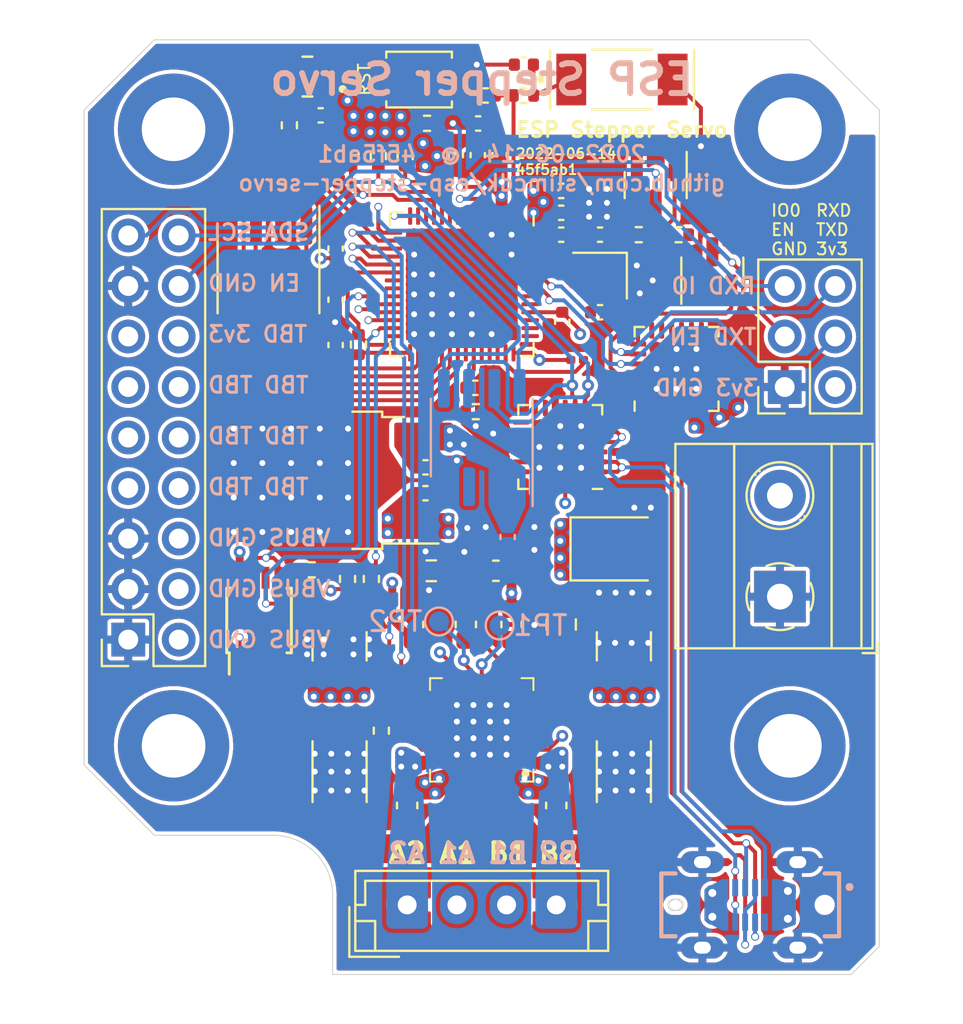
<source format=kicad_pcb>
(kicad_pcb (version 20211014) (generator pcbnew)
  (title_block (title "ESP Stepper Servo") (date "${date}") (rev "${commit}") (comment 1 "github.com/slimcdk/esp-stepper-servo/tree/${commit}"))
  (layers (0 "F.Cu" signal) (1 "In1.Cu" signal) (2 "In2.Cu" signal) (31 "B.Cu" signal) (34 "B.Paste" user) (35 "F.Paste" user) (36 "B.SilkS" user "B.Silkscreen") (37 "F.SilkS" user "F.Silkscreen") (38 "B.Mask" user) (39 "F.Mask" user) (44 "Edge.Cuts" user))
  (property "DATE_REPLACE" "2022-05-25")
  (property "commit" "45f5ab1")
  (property "commit_long" "abc5fc4a894f32302d7b4985fbf801590768d1d1")
  (property "commit_short" "abc5fc4")
  (property "date" "2022-06-14")
  (property "version" "577a51b")
  (net 0 "")
  (net 1 "GND")
  (net 2 "+3V3")
  (net 3 "VBUS")
  (net 4 "/ESP_EN")
  (net 5 "/ANTENNA")
  (net 6 "Net-(C10-Pad2)")
  (net 7 "Net-(C11-Pad2)")
  (net 8 "Net-(C11-Pad1)")
  (net 9 "Net-(D1-Pad4)")
  (net 11 "Net-(C9-Pad1)")
  (net 12 "Net-(C26-Pad2)")
  (net 13 "/ESP_IO47")
  (net 14 "/ESP_SPIVDD")
  (net 15 "Net-(C35-Pad2)")
  (net 16 "/ESP_IO03")
  (net 19 "/ESP_IO02")
  (net 20 "/USB_D- {slash} ESP_IO19")
  (net 21 "/ESP_IO17")
  (net 22 "/TMC2209_EN {slash} ESP_IO06")
  (net 23 "/I2C_SDA {slash} ESP_IO05")
  (net 24 "/I2C_SCL {slash} ESP_IO04")
  (net 25 "/UART1_RXD {slash} ESP_IO46")
  (net 26 "/UART1_TXD {slash} ESP_IO45")
  (net 27 "/USB_CC1")
  (net 28 "/USB_D+")
  (net 30 "/USB_D-")
  (net 32 "/USB_CC2")
  (net 33 "/TMC2209_OA2")
  (net 56 "/TMC2209_OA1")
  (net 57 "/TMC2209_OB2")
  (net 58 "/TMC2209_OB1")
  (net 59 "/ESP_IO00")
  (net 60 "/UART0_RXD {slash} ESP_IO44")
  (net 61 "/UART0_TXD {slash} ESP_IO43")
  (net 62 "Net-(C20-Pad1)")
  (net 63 "/CP2102_RTS")
  (net 64 "/CP2102_DTR")
  (net 75 "/TMC2209_DIAG")
  (net 76 "Net-(Q1-Pad1)")
  (net 77 "Net-(Q2-Pad1)")
  (net 78 "Net-(U8-Pad2)")
  (net 79 "Net-(R15-Pad2)")
  (net 92 "/SR_S {slash} ESP_IO21")
  (net 93 "/LED {slash} ESP_IO11")
  (net 94 "/SPICS1 {slash} ESP_IO26")
  (net 95 "/USB_D+ {slash} ESP_IO20")
  (net 96 "/SPIHD {slash} ESP_IO27")
  (net 97 "/SPIWP {slash} ESP_IO28")
  (net 98 "/SPICLK {slash} ESP_IO30")
  (net 99 "/SPIQ {slash} ESP_IO31")
  (net 100 "/SPID {slash} ESP_IO32")
  (net 102 "Net-(C8-Pad2)")
  (net 103 "/TMC2209_BRA")
  (net 104 "/TMC2209_BRB")
  (net 105 "Net-(R19-Pad1)")
  (net 112 "/SR_Q {slash} ESP_IO18")
  (net 117 "/ESP_IO01")
  (net 118 "/AS5601_B_ITR {slash} ESP_IO10")
  (net 119 "/AS5601_A_ITR {slash} ESP_IO09")
  (net 120 "/VBUS_SENSE {slash} ESP_IO14")
  (net 121 "Net-(L2-Pad2)")
  (net 122 "/TMC2209_IDX")
  (net 123 "/TMC2209_STEP {slash} ESP_IO12")
  (net 124 "/TMC2209_DIR {slash} ESP_IO13")
  (footprint "MountingHole:MountingHole_3.2mm_M3_DIN965_Pad" (layer "F.Cu") (at 34.5 65.5)
    (fp_text reference "H4" hide)
    (fp_text value "M3 MountingHole")
  )
  (footprint "MountingHole:MountingHole_3.2mm_M3_DIN965_Pad" (layer "F.Cu") (at 65.5 34.5)
    (fp_text reference "H3" hide)
    (fp_text value "M3 MountingHole")
  )
  (footprint "MountingHole:MountingHole_3.2mm_M3_DIN965_Pad" (layer "F.Cu") (at 65.5 65.5)
    (fp_text reference "H1" hide)
    (fp_text value "M3 MountingHole")
  )
  (footprint "MountingHole:MountingHole_3.2mm_M3_DIN965_Pad" (layer "F.Cu") (at 34.5 34.5)
    (fp_text reference "H2" hide)
    (fp_text value "M3 MountingHole")
  )
  (footprint "Connector_PinSocket_2.54mm:PinSocket_2x09_P2.54mm_Vertical" (layer "F.Cu") (at 32.22 60.16 180)
    (fp_text reference "J1" hide)
    (fp_text value "Conn_01x18_Female")
  )
  (footprint "Resistor_SMD:R_0402_1005Metric" (layer "F.Cu") (at 43.8 45.325 90)
    (fp_text reference "R9" hide)
    (fp_text value "100K")
  )
  (footprint "Resistor_SMD:R_0402_1005Metric" (layer "F.Cu") (at 52.1 32.8 180)
    (fp_text reference "L1" hide)
    (fp_text value "0R")
  )
  (footprint "Capacitor_SMD:C_0603_1608Metric" (layer "F.Cu") (at 46.55 59.4 -90)
    (fp_text reference "C14" hide)
    (fp_text value "100nF")
  )
  (footprint "Resistor_SMD:R_0201_0603Metric" (layer "F.Cu") (at 53.9 41.45 90)
    (fp_text reference "L2" hide)
    (fp_text value "0R")
  )
  (footprint "Resistor_SMD:R_0201_0603Metric" (layer "F.Cu") (at 54.8 46.1 180)
    (fp_text reference "R11" hide)
    (fp_text value "1K")
  )
  (footprint "Capacitor_SMD:C_0402_1005Metric" (layer "F.Cu") (at 49.8 35.8 -90)
    (fp_text reference "C30" hide)
    (fp_text value "1µF")
  )
  (footprint "Package_SO:SOIC-8_3.9x4.9mm_P1.27mm" (layer "F.Cu") (at 39.275 41.8 -90)
    (fp_text reference "U7" hide)
    (fp_text value "ESP-PSRAM32")
  )
  (footprint "Capacitor_SMD:C_1210_3225Metric" (layer "F.Cu") (at 57.15 60.5 90)
    (fp_text reference "C16" hide)
    (fp_text value "10µF")
  )
  (footprint "Resistor_SMD:R_0402_1005Metric" (layer "F.Cu") (at 46.15 35.85 -90)
    (fp_text reference "R20" hide)
    (fp_text value "4K7")
  )
  (footprint "Resistor_SMD:R_0402_1005Metric" (layer "F.Cu") (at 41.45 56.65)
    (fp_text reference "R18" hide)
    (fp_text value "20K")
  )
  (footprint "trinamic-footprints:QFN28P" (layer "F.Cu") (at 50 64.7 180)
    (fp_text reference "U5" hide)
    (fp_text value "TMC2209-LA")
  )
  (footprint "Slimc_RF_Antenna:XCVR_NN01-102" (layer "F.Cu") (at 57.0535 32)
    (fp_text reference "AE1" hide)
    (fp_text value "Antenna")
  )
  (footprint "Resistor_SMD:R_0402_1005Metric" (layer "F.Cu") (at 44.95 64.74 90)
    (fp_text reference "R19" hide)
    (fp_text value "100K")
  )
  (footprint "Button_Switch_SMD:SW_SPST_B3U-1000P" (layer "F.Cu") (at 46.85 32)
    (fp_text reference "SW1" hide)
    (fp_text value "RST_SW_Push")
  )
  (footprint "Capacitor_SMD:C_0402_1005Metric" (layer "F.Cu") (at 47.17 52.8 180)
    (fp_text reference "C3" hide)
    (fp_text value "10µF")
  )
  (footprint "Capacitor_SMD:C_1210_3225Metric" (layer "F.Cu") (at 42.85 60.5 90)
    (fp_text reference "C15" hide)
    (fp_text value "10µF")
  )
  (footprint "Resistor_SMD:R_0402_1005Metric" (layer "F.Cu") (at 40.325 34.3 90)
    (fp_text reference "R4" hide)
    (fp_text value "230R")
  )
  (footprint "Capacitor_SMD:C_0603_1608Metric" (layer "F.Cu") (at 50.7125 56.7 180)
    (fp_text reference "C8" hide)
    (fp_text value "1µF")
  )
  (footprint "Connector_JST:JST_EH_B4B-EH-A_1x04_P2.50mm_Vertical" (layer "F.Cu") (at 46.25 73.5)
    (fp_text reference "J3" hide)
    (fp_text value "Motor_Conn_01x04")
  )
  (footprint "Capacitor_SMD:C_0402_1005Metric" (layer "F.Cu") (at 54 38.7 180)
    (fp_text reference "C7" hide)
    (fp_text value "1µF")
  )
  (footprint "Resistor_SMD:R_2010_5025Metric" (layer "F.Cu") (at 42.85 66.8 -90)
    (fp_text reference "R12" hide)
    (fp_text value "0R100")
  )
  (footprint "Resistor_SMD:R_0201_0603Metric" (layer "F.Cu") (at 62.9 47.1 90)
    (fp_text reference "R15" hide)
    (fp_text value "10K")
  )
  (footprint "Package_TO_SOT_SMD:SOT-23" (layer "F.Cu") (at 58.75 37.3125 -90)
    (fp_text reference "Q2" hide)
    (fp_text value "SS8050-G")
  )
  (footprint "Capacitor_SMD:C_0402_1005Metric" (layer "F.Cu") (at 50.2 32.8 180)
    (fp_text reference "C20" hide)
    (fp_text value "NC")
  )
  (footprint "Capacitor_SMD:C_0402_1005Metric" (layer "F.Cu") (at 54.05 44.18 90)
    (fp_text reference "C33" hide)
    (fp_text value "100nF")
  )
  (footprint "Capacitor_SMD:C_0402_1005Metric" (layer "F.Cu") (at 41.9 33.8 180)
    (fp_text reference "C1" hide)
    (fp_text value "100nF")
  )
  (footprint "Capacitor_SMD:C_0402_1005Metric" (layer "F.Cu") (at 54 37.6 180)
    (fp_text reference "C5" hide)
    (fp_text value "10µF")
  )
  (footprint "Resistor_SMD:R_0402_1005Metric" (layer "F.Cu") (at 59.9 39.8 180)
    (fp_text reference "R17" hide)
    (fp_text value "10K")
  )
  (footprint "Package_DFN_QFN:QFN-56-1EP_7x7mm_P0.4mm_EP5.6x5.6mm" (layer "F.Cu") (at 49 42.3 -90)
    (fp_text reference "U3" hide)
    (fp_text value "ESP32-S3")
  )
  (footprint "TerminalBlock_Phoenix:TerminalBlock_Phoenix_MKDS-1,5-2-5.08_1x02_P5.08mm_Horizontal" (layer "F.Cu") (at 65 58 90)
    (fp_text reference "J4" hide)
    (fp_text value "Screw_Terminals")
  )
  (footprint "Capacitor_SMD:C_0402_1005Metric" (layer "F.Cu") (at 42.65 45.35 -90)
    (fp_text reference "C28" hide)
    (fp_text value "1µF")
  )
  (footprint "Package_TO_SOT_SMD:SOT-23" (layer "F.Cu") (at 61.6 41.6 90)
    (fp_text reference "Q1" hide)
    (fp_text value "SS8050-G")
  )
  (footprint "Capacitor_SMD:C_0603_1608Metric" (layer "F.Cu") (at 46.25 68.5 -90)
    (fp_text reference "C12" hide)
    (fp_text value "100nF")
  )
  (footprint "Capacitor_SMD:C_0402_1005Metric" (layer "F.Cu") (at 47.17 51.5 180)
    (fp_text reference "C4" hide)
    (fp_text value "1µF")
  )
  (footprint "Package_DFN_QFN:QFN-24-1EP_4x4mm_P0.5mm_EP2.7x2.7mm" (layer "F.Cu") (at 53.95 50.475 180)
    (fp_text reference "U6" hide)
    (fp_text value "STUSB4500QTR")
  )
  (footprint "Resistor_SMD:R_0402_1005Metric" (layer "F.Cu") (at 49.7 48.7 180)
    (fp_text reference "R14" hide)
    (fp_text value "4K7")
  )
  (footprint "Diode_SMD:D_1210_3225Metric" (layer "F.Cu") (at 56.75 55.6)
    (fp_text reference "D3" hide)
    (fp_text value "SMB24A")
  )
  (footprint "Resistor_SMD:R_0402_1005Metric" (layer "F.Cu") (at 44.8 35.85 -90)
    (fp_text reference "R21" hide)
    (fp_text value "4K7")
  )
  (footprint "Resistor_SMD:R_0402_1005Metric" (layer "F.Cu") (at 44.45 57.11 -90)
    (fp_text reference "R6" hide)
    (fp_text value "110K")
  )
  (footprint "Resistor_SMD:R_0402_1005Metric" (layer "F.Cu") (at 43.425 35.85 90)
    (fp_text reference "R7" hide)
    (fp_text value "20K")
  )
  (footprint "Connector_PinSocket_2.54mm:PinSocket_2x03_P2.54mm_Vertical" (layer "F.Cu") (at 65.24 47.46 180)
    (fp_text reference "J5" hide)
    (fp_text value "Conn_01x06_Female")
  )
  (footprint "Capacitor_SMD:C_0402_1005Metric" (layer "F.Cu") (at 50.9 35.8 -90)
    (fp_text reference "C31" hide)
    (fp_text value "100nF")
  )
  (footprint "Resistor_SMD:R_0402_1005Metric" (layer "F.Cu") (at 43.25 57.11 90)
    (fp_text reference "R5" hide)
    (fp_text value "715K")
  )
  (footprint "Crystal:Crystal_SMD_2016-4Pin_2.0x1.6mm" (layer "F.Cu") (at 55.95 41.86 180)
    (fp_text reference "Y1" hide)
    (fp_text value "40MHz")
  )
  (footprint "Capacitor_SMD:C_0402_1005Metric" (layer "F.Cu") (at 54 39.8 180)
    (fp_text reference "C17" hide)
    (fp_text value "100nF")
  )
  (footprint "Package_DFN_QFN:QFN-24-1EP_4x4mm_P0.5mm_EP2.6x2.6mm" (layer "F.Cu") (at 59.8 46.55 90)
    (fp_text reference "U1" hide)
    (fp_text value "CP2102N-Axx-xQFN24")
  )
  (footprint "Slimc_LED_SMD:LED_WS2812C-2020" (layer "F.Cu") (at 41.235 31.85 180)
    (fp_text reference "D1" hide)
    (fp_text value "WS2812B")
  )
  (footprint "Capacitor_SMD:C_0603_1608Metric" (layer "F.Cu") (at 53.75 68.5 -90)
    (fp_text reference "C13" hide)
    (fp_text value "100nF")
  )
  (footprint "Capacitor_SMD:C_0402_1005Metric" (layer "F.Cu") (at 42.65 43.07 90)
    (fp_text reference "C29" hide)
    (fp_text value "100nF")
  )
  (footprint "Capacitor_SMD:C_0805_2012Metric" (layer "F.Cu") (at 54 59.4 90)
    (fp_text reference "C11" hide)
    (fp_text value "22nF")
  )
  (footprint "Capacitor_SMD:C_0603_1608Metric" (layer "F.Cu") (at 51.5 59.4 -90)
    (fp_text reference "C10" hide)
    (fp_text value "100nF")
  )
  (footprint "Capacitor_SMD:C_0402_1005Metric" (layer "F.Cu") (at 49.82 34.21)
    (fp_text reference "C2" hide)
    (fp_text value "1µF")
  )
  (footprint "Package_TO_SOT_SMD:TO-252-2" (layer "F.Cu") (at 42.525 52.15 180)
    (fp_text reference "U2" hide)
    (fp_text value "BA033CC0FP-E2")
  )
  (footprint "Capacitor_SMD:C_0402_1005Metric" (layer "F.Cu") (at 55.95 43.7 180)
    (fp_text reference "C26" hide)
    (fp_text value "15pF")
  )
  (footprint "Capacitor_SMD:C_0603_1608Metric" (layer "F.Cu") (at 49.2 59.4 90)
    (fp_text reference "C9" hide)
    (fp_text value "2.2µF")
  )
  (footprint "Capacitor_SMD:C_0402_1005Metric" (layer "F.Cu") (at 52.12 31.25 180)
    (fp_text reference "C34" hide)
    (fp_text value "1pF")
  )
  (footprint "Capacitor_SMD:C_0402_1005Metric" (layer "F.Cu") (at 49.68 47.5 180)
    (fp_text reference "C27" hide)
    (fp_text value "1µF")
  )
  (footprint "Capacitor_SMD:C_0402_1005Metric" (layer "F.Cu") (at 42.65 40.5 -90)
    (fp_text reference "C32" hide)
    (fp_text value "100nF")
  )
  (footprint "Resistor_SMD:R_0402_1005Metric" (layer "F.Cu") (at 57.9 39.8)
    (fp_text reference "R16" hide)
    (fp_text value "10K")
  )
  (footprint "Capacitor_SMD:C_0402_1005Metric" (layer "F.Cu") (at 55.95 39.8)
    (fp_text reference "C35" hide)
    (fp_text value "15pF")
  )
  (footprint "Resistor_SMD:R_2010_5025Metric" (layer "F.Cu") (at 57.15 66.8 -90)
    (fp_text reference "R13" hide)
    (fp_text value "0R100")
  )
  (footprint "Resistor_SMD:R_0603_1608Metric" (layer "F.Cu") (at 47.4625 56.7 180)
    (fp_text reference "R3" hide)
    (fp_text value "0R100")
  )
  (footprint "Package_SO:TSSOP-8_3x3mm_P0.65mm" (layer "F.Cu") (at 38.8 59.2 90)
    (fp_text reference "U8" hide)
    (fp_text value "74LVC2G00")
  )
  (footprint "Capacitor_SMD:C_0402_1005Metric" (layer "F.Cu") (at 48.7 35.8 -90)
    (fp_text reference "C25" hide)
    (fp_text value "10µF")
  )
  (footprint "Resistor_SMD:R_0402_1005Metric" (layer "F.Cu") (at 47.25 34.2)
    (fp_text reference "R1" hide)
    (fp_text value "10K")
  )
  (footprint "Package_SO:SOIC-8_3.9x4.9mm_P1.27mm" (layer "B.Cu") (at 50 50 90)
    (fp_text reference "U4" hide)
    (fp_text value "AS5601-ASOT")
  )
  (footprint "TestPoint:TestPoint_Pad_D1.0mm" (layer "B.Cu") (at 47.85 59.25 180)
    (fp_text reference "TP2")
    (fp_text value "TestPoint")
  )
  (footprint "Slimc_Connector_USB:GCT_USB4120-03-C_REVA" (layer "B.Cu") (at 63.5 73.5 180)
    (fp_text reference "J2" hide)
    (fp_text value "USB4120-03-C_REVA")
    (fp_line (start 3.85 -0.26) (end 3.65 -0.26) (layer "Edge.Cuts") (width 0.1))
    (fp_line (start 3.65 0.26) (end 3.85 0.26) (layer "Edge.Cuts") (width 0.1))
    (fp_arc (start 3.85 -0.26) (mid 4.033848 -0.183848) (end 4.11 0) (layer "Edge.Cuts") (width 0.1))
    (fp_arc (start 3.39 0) (mid 3.466152 -0.183848) (end 3.65 -0.26) (layer "Edge.Cuts") (width 0.1))
    (fp_arc (start 3.65 0.26) (mid 3.466152 0.183848) (end 3.39 0) (layer "Edge.Cuts") (width 0.1))
    (fp_arc (start 4.11 0) (mid 4.033848 0.183848) (end 3.85 0.26) (layer "Edge.Cuts") (width 0.1))
  )
  (footprint "Capacitor_SMD:C_0402_1005Metric" (layer "B.Cu") (at 51.3 55 90)
    (fp_text reference "C6" hide)
    (fp_text value "100nF")
  )
  (footprint "TestPoint:TestPoint_Pad_D1.0mm" (layer "B.Cu") (at 50.9 59.45 180)
    (fp_text reference "TP1")
    (fp_text value "TestPoint")
  )
  (gr_arc locked (start 39.5 70) (mid 41.62132 70.87868) (end 42.5 73) (layer "Edge.Cuts") (width 0.05))
  (gr_line locked (start 33.536 30) (end 66.464 30) (layer "Edge.Cuts") (width 0.05))
  (gr_line locked (start 42.5 73) (end 42.5 77) (layer "Edge.Cuts") (width 0.05))
  (gr_line locked (start 42.5 77) (end 68.586 77) (layer "Edge.Cuts") (width 0.05))
  (gr_line locked (start 70 33.536) (end 70 75.586) (layer "Edge.Cuts") (width 0.05))
  (gr_line locked (start 30 33.536) (end 30 66.464) (layer "Edge.Cuts") (width 0.05))
  (gr_line locked (start 30 33.536) (end 33.536 30) (layer "Edge.Cuts") (width 0.05))
  (gr_line locked (start 33.536 70) (end 39.5 70) (layer "Edge.Cuts") (width 0.05))
  (gr_line locked (start 66.464 30) (end 70 33.536) (layer "Edge.Cuts") (width 0.05))
  (gr_line locked (start 68.586 77) (end 70 75.586) (layer "Edge.Cuts") (width 0.05))
  (gr_line locked (start 30 66.464) (end 33.536 70) (layer "Edge.Cuts") (width 0.05))
  (gr_text "${date}  @  ${commit}" (at 50 35.75) (layer "B.SilkS") (effects (font (size 0.8 0.8)) (justify mirror)))
  (gr_text "VBUS GND" (at 36.15 60.16) (layer "B.SilkS") (effects (font (size 0.8 0.8)) (justify right mirror)))
  (gr_text "A1\n" (at 48.77 70.9) (layer "B.SilkS") (effects (font (size 1 1) (thickness 0.2)) (justify mirror)))
  (gr_text "TXD EN" (at 63.9 44.94) (layer "B.SilkS") (effects (font (size 0.8 0.8)) (justify left mirror)))
  (gr_text "VBUS GND" (at 36.15 55.04) (layer "B.SilkS") (effects (font (size 0.8 0.8)) (justify right mirror)))
  (gr_text "TBD TBD" (at 36.15 49.92) (layer "B.SilkS") (effects (font (size 0.8 0.8)) (justify right mirror)))
  (gr_text "EN GND" (at 36.15 42.24) (layer "B.SilkS") (effects (font (size 0.8 0.8)) (justify right mirror)))
  (gr_text "B1" (at 51.31 70.9) (layer "B.SilkS") (effects (font (size 1 1) (thickness 0.2)) (justify mirror)))
  (gr_text "github.com/slimcdk/esp-stepper-servo" (at 50 37.2) (layer "B.SilkS") (effects (font (size 0.8 0.8)) (justify mirror)))
  (gr_text "TBD TBD" (at 36.15 52.48) (layer "B.SilkS") (effects (font (size 0.8 0.8)) (justify right mirror)))
  (gr_text "TBD TBD" (at 36.15 47.36) (layer "B.SilkS") (effects (font (size 0.8 0.8)) (justify right mirror)))
  (gr_text "A2" (at 46.23 70.9) (layer "B.SilkS") (effects (font (size 1 1) (thickness 0.2)) (justify mirror)))
  (gr_text "ESP Stepper Servo" (at 50 32) (layer "B.SilkS") (effects (font (size 1.5 1.5) (thickness 0.3)) (justify mirror)))
  (gr_text "VBUS GND" (at 36.15 57.6) (layer "B.SilkS") (effects (font (size 0.8 0.8)) (justify right mirror)))
  (gr_text "3v3 GND" (at 64 47.5) (layer "B.SilkS") (effects (font (size 0.8 0.8)) (justify left mirror)))
  (gr_text "TBD 3v3" (at 36.15 44.8) (layer "B.SilkS") (effects (font (size 0.8 0.8)) (justify right mirror)))
  (gr_text "SDA SCL" (at 36.15 39.68) (layer "B.SilkS") (effects (font (size 0.8 0.8)) (justify right mirror)))
  (gr_text "RXD IO" (at 63.85 42.38) (layer "B.SilkS") (effects (font (size 0.8 0.8)) (justify left mirror)))
  (gr_text "B2" (at 53.85 70.9) (layer "B.SilkS") (effects (font (size 1 1) (thickness 0.2)) (justify mirror)))
  (gr_text "B2" (at 53.87 70.9) (layer "F.SilkS") (effects (font (size 1 1) (thickness 0.2))))
  (gr_text "RST" (at 44.1 32 90) (layer "F.SilkS") (effects (font (size 0.6 0.6) (thickness 0.1))))
  (gr_text "B1" (at 51.33 70.9) (layer "F.SilkS") (effects (font (size 1 1) (thickness 0.2))))
  (gr_text "IO0	RXD\nEN	TXD\nGND	3v3" (at 64.5 39.55) (layer "F.SilkS") (effects (font (size 0.6 0.6) (thickness 0.1)) (justify left)))
  (gr_text "ESP Stepper Servo" (at 51.65 34.525) (layer "F.SilkS") (effects (font (size 0.75 0.75)) (justify left)))
  (gr_text "${date}\n${commit}" (at 51.65 36.125) (layer "F.SilkS") (effects (font (size 0.5 0.5) (thickness 0.1)) (justify left)))
  (gr_text "A2" (at 46.25 70.9) (layer "F.SilkS") (effects (font (size 1 1) (thickness 0.2))))
  (gr_text "A1\n" (at 48.79 70.9) (layer "F.SilkS") (effects (font (size 1 1) (thickness 0.2))))
  (segment (start 53.7 48.5125) (end 53.7 49.425) (width 0.2) (layer "F.Cu") (net 1))
  (segment (start 55.4 39.83) (end 55.37 39.8) (width 0.2) (layer "F.Cu") (net 1))
  (segment (start 61.025 33.4215) (end 59.6035 32) (width 0.2) (layer "F.Cu") (net 1))
  (segment (start 49.75 31.25) (end 51.64 31.25) (width 0.2) (layer "F.Cu") (net 1))
  (segment (start 53.7 49.425) (end 53.95 49.675) (width 0.2) (layer "F.Cu") (net 1))
  (segment (start 61.025 35.35) (end 61.025 33.4215) (width 0.2) (layer "F.Cu") (net 1))
  (via (at 51.5 39.8) (size 0.6) (drill 0.3) (layers "F.Cu" "B.Cu") (net 1))
  (via (at 44.333333 60.15) (size 0.6) (drill 0.3) (layers "F.Cu" "B.Cu") (net 1))
  (via (at 50.5 39.8) (size 0.6) (drill 0.3) (layers "F.Cu" "B.Cu") (net 1))
  (via (at 38.96875 53.016666) (size 0.6) (drill 0.3) (layers "F.Cu" "B.Cu") (net 1))
  (via (at 46.6 40.8) (size 0.6) (drill 0.3) (layers "F.Cu" "B.Cu") (net 1))
  (via (at 43.266667 66.8) (size 0.6) (drill 0.3) (layers "F.Cu" "B.Cu") (net 1))
  (via (at 38.96875 49.55) (size 0.6) (drill 0.3) (layers "F.Cu" "B.Cu") (net 1))
  (via (at 47.5 41.8) (size 0.6) (drill 0.3) (layers "F.Cu" "B.Cu") (net 1))
  (via (at 37.525 51.283333) (size 0.6) (drill 0.3) (layers "F.Cu" "B.Cu") (net 1))
  (via (at 41.600001 65.9) (size 0.6) (drill 0.3) (layers "F.Cu" "B.Cu") (net 1))
  (via (at 50.416666 65.116666) (size 0.6) (drill 0.3) (layers "F.Cu" "B.Cu") (net 1))
  (via (at 44.333333 60.9) (size 0.6) (drill 0.3) (layers "F.Cu" "B.Cu") (net 1))
  (via (at 53.95 49.425) (size 0.6) (drill 0.3) (layers "F.Cu" "B.Cu") (net 1))
  (via (at 47.5 44.8) (size 0.6) (drill 0.3) (layers "F.Cu" "B.Cu") (net 1))
  (via (at 55.900001 57.8) (size 0.6) (drill 0.3) (layers "F.Cu" "B.Cu") (net 1))
  (via (at 49.5 43.8) (size 0.6) (drill 0.3) (layers "F.Cu" "B.Cu") (net 1))
  (via (at 41.85625 49.55) (size 0.6) (drill 0.3) (layers "F.Cu" "B.Cu") (net 1))
  (via (at 41.216667 60.9) (size 0.6) (drill 0.3) (layers "F.Cu" "B.Cu") (net 1))
  (via (at 49.583333 64.283333) (size 0.6) (drill 0.3) (layers "F.Cu" "B.Cu") (net 1))
  (via (at 56.3 37.5) (size 0.6) (drill 0.3) (layers "F.Cu" "B.Cu") (net 1))
  (via (at 51.5 40.8) (size 0.6) (drill 0.3) (layers "F.Cu" "B.Cu") (net 1))
  (via (at 56.733334 57.8) (size 0.6) (drill 0.3) (layers "F.Cu" "B.Cu") (net 1))
  (via (at 55 49.425) (size 0.6) (drill 0.3) (layers "F.Cu" "B.Cu") (net 1))
  (via (at 46.6 44.8) (size 0.6) (drill 0.3) (layers "F.Cu" "B.Cu") (net 1))
  (via (at 47.35 57.675) (size 0.6) (drill 0.3) (layers "F.Cu" "B.Cu") (net 1))
  (via (at 55.4 38.2) (size 0.6) (drill 0.3) (layers "F.Cu" "B.Cu") (net 1))
  (via (at 52.9 50.475) (size 0.6) (drill 0.3) (layers "F.Cu" "B.Cu") (net 1))
  (via (at 49.125 55.75) (size 0.6) (drill 0.3) (layers "F.Cu" "B.Cu") (net 1))
  (via (at 42.05 60.15) (size 0.6) (drill 0.3) (layers "F.Cu" "B.Cu") (net 1))
  (via (at 43.275 49.55) (size 0.6) (drill 0.3) (layers "F.Cu" "B.Cu") (net 1))
  (via (at 49.275 54.55) (size 0.6) (drill 0.3) (layers "F.Cu" "B.Cu") (net 1))
  (via (at 49.583333 65.949999) (size 0.6) (drill 0.3) (layers "F.Cu" "B.Cu") (net 1))
  (via (at 40.4125 53.016666) (size 0.6) (drill 0.3) (layers "F.Cu" "B.Cu") (net 1))
  (via (at 42.625 44.2) (size 0.6) (drill 0.3) (layers "F.Cu" "B.Cu") (net 1))
  (via (at 58.374999 60.325) (size 0.6) (drill 0.3) (layers "F.Cu" "B.Cu") (net 1))
  (via (at 50.416666 63.45) (size 0.6) (drill 0.3) (layers "F.Cu" "B.Cu") (net 1))
  (via (at 43.275 54.749999) (size 0.6) (drill 0.3) (layers "F.Cu" "B.Cu") (net 1))
  (via (at 40.4125 49.55) (size 0.6) (drill 0.3) (layers "F.Cu" "B.Cu") (net 1))
  (via (at 43.55 60.15) (size 0.6) (drill 0.3) (layers "F.Cu" "B.Cu") (net 1))
  (via (at 60.8 47.55) (size 0.6) (drill 0.3) (layers "F.Cu" "B.Cu") (net 1))
  (via (at 48.75 63.45) (size 0.6) (drill 0.3) (layers "F.Cu" "B.Cu") (net 1))
  (via (at 57.566667 57.8) (size 0.6) (drill 0.3) (layers "F.Cu" "B.Cu") (net 1))
  (via (at 41.600001 66.8) (size 0.6) (drill 0.3) (layers "F.Cu" "B.Cu") (net 1))
  (via (at 40.4125 51.283333) (size 0.6) (drill 0.3) (layers "F.Cu" "B.Cu") (net 1))
  (via (at 48.5 42.8) (size 0.6) (drill 0.3) (layers "F.Cu" "B.Cu") (net 1))
  (via (at 57.95 42.75) (size 0.6) (drill 0.3) (layers "F.Cu" "B.Cu") (net 1))
  (via (at 55.900001 65.9) (size 0.6) (drill 0.3) (layers "F.Cu" "B.Cu") (net 1))
  (via (at 53.95 50.475) (size 0.6) (drill 0.3) (layers "F.Cu" "B.Cu") (net 1))
  (via (at 57.675 53.525) (size 0.6) (drill 0.3) (layers "F.Cu" "B.Cu") (net 1))
  (via (at 51.249999 65.949999) (size 0.6) (drill 0.3) (layers "F.Cu" "B.Cu") (net 1))
  (via (at 43.55 60.9) (size 0.6) (drill 0.3) (layers "F.Cu" "B.Cu") (net 1))
  (via (at 48.75 51.15) (size 0.6) (drill 0.3) (layers "F.Cu" "B.Cu") (net 1))
  (via (at 58.4 66.8) (size 0.6) (drill 0.3) (layers "F.Cu" "B.Cu") (net 1))
  (via (at 38.96875 51.283333) (size 0.6) (drill 0.3) (layers "F.Cu" "B.Cu") (net 1))
  (via (at 59.8 45.55) (size 0.6) (drill 0.3) (layers "F.Cu" "B.Cu") (net 1))
  (via (at 51.249999 64.283333) (size 0.6) (drill 0.3) (layers "F.Cu" "B.Cu") (net 1))
  (via (at 58.6 42.1) (size 0.6) (drill 0.3) (layers "F.Cu" "B.Cu") (net 1))
  (via (at 60.8 45.55) (size 0.6) (drill 0.3) (layers "F.Cu" "B.Cu") (net 1))
  (via (at 58.4 57.8) (size 0.6) (drill 0.3) (layers "F.Cu" "B.Cu") (net 1))
  (via (at 40.4125 54.749999) (size 0.6) (drill 0.3) (layers "F.Cu" "B.Cu") (net 1))
  (via (at 41.600001 67.75) (size 0.6) (drill 0.3) (layers "F.Cu" "B.Cu") (net 1))
  (via (at 57.566667 67.75) (size 0.6) (drill 0.3) (layers "F.Cu" "B.Cu") (net 1))
  (via (at 52.9 51.525) (size 0.6) (drill 0.3) (layers "F.Cu" "B.Cu") (net 1))
  (via (at 59.8 47.55) (size 0.6) (drill 0.3) (layers "F.Cu" "B.Cu") (net 1))
  (via (at 56.3 38.2) (size 0.6) (drill 0.3) (layers "F.Cu" "B.Cu") (net 1))
  (via (at 42.433334 67.75) (size 0.6) (drill 0.3) (layers "F.Cu" "B.Cu") (net 1))
  (via (at 49.75 31.25) (size 0.6) (drill 0.3) (layers "F.Cu" "B.Cu") (net 1))
  (via (at 37.525 54.749999) (size 0.6) (drill 0.3) (layers "F.Cu" "B.Cu") (net 1))
  (via (at 59.8 46.55) (size 0.6) (drill 0.3) (layers "F.Cu" "B.Cu") (net 1))
  (via (at 55.4 38.9) (size 0.6) (drill 0.3) (layers "F.Cu" "B.Cu") (net 1))
  (via (at 57.566667 66.8) (size 0.6) (drill 0.3) (layers "F.Cu" "B.Cu") (net 1))
  (via (at 50.5 44.8) (size 0.6) (drill 0.3) (layers "F.Cu" "B.Cu") (net 1))
  (via (at 50.2 54.5) (size 0.6) (drill 0.3) (layers "F.Cu" "B.Cu") (net 1))
  (via (at 52.65 55.65) (size 0.6) (drill 0.3) (layers "F.Cu" "B.Cu") (net 1))
  (via (at 57.8 41.35) (size 0.6) (drill 0.3) (layers "F.Cu" "B.Cu") (net 1))
  (via (at 44.1 66.8) (size 0.6) (drill 0.3) (layers "F.Cu" "B.Cu") (net 1))
  (via (at 58.508333 53.525) (size 0.6) (drill 0.3) (layers "F.Cu" "B.Cu") (net 1))
  (via (at 48.75 65.116666) (size 0.6) (drill 0.3) (layers "F.Cu" "B.Cu") (net 1))
  (via (at 51.249999 65.116666) (size 0.6) (drill 0.3) (layers "F.Cu" "B.Cu") (net 1))
  (via (at 55.875 60.325) (size 0.6) (drill 0.3) (layers "F.Cu" "B.Cu") (net 1))
  (via (at 42.05 60.9) (size 0.6) (drill 0.3) (layers "F.Cu" "B.Cu") (net 1))
  (via (at 48.75 65.949999) (size 0.6) (drill 0.3) (layers "F.Cu" "B.Cu") (net 1))
  (via (at 41.85625 54.749999) (size 0.6) (drill 0.3) (layers "F.Cu" "B.Cu") (net 1))
  (via (at 44.1 67.75) (size 0.6) (drill 0.3) (layers "F.Cu" "B.Cu") (net 1))
  (via (at 52.65 59.425) (size 0.6) (drill 0.3) (layers "F.Cu" "B.Cu") (net 1))
  (via (at 55.4 37.5) (size 0.6) (drill 0.3) (layers "F.Cu" "B.Cu") (net 1))
  (via (at 55.900001 66.8) (size 0.6) (drill 0.3) (layers "F.Cu" "B.Cu") (net 1))
  (via (at 46.6 41.8) (size 0.6) (drill 0.3) (layers "F.Cu" "B.Cu") (net 1))
  (via (at 49.5 44.8) (size 0.6) (drill 0.3) (layers "F.Cu" "B.Cu") (net 1))
  (via (at 42.433334 65.9) (size 0.6) (drill 0.3) (layers "F.Cu" "B.Cu") (net 1))
  (via (at 50.416666 64.283333) (size 0.6) (drill 0.3) (layers "F.Cu" "B.Cu") (net 1))
  (via (at 46.6 42.8) (size 0.6) (drill 0.3) (layers "F.Cu" "B.Cu") (net 1))
  (via (at 41.85625 51.283333) (size 0.6) (drill 0.3) (layers "F.Cu" "B.Cu") (net 1))
  (via (at 49.583333 63.45) (size 0.6) (drill 0.3) (layers "F.Cu" "B.Cu") (net 1))
  (via (at 50.416666 65.949999) (size 0.6) (drill 0.3) (layers "F.Cu" "B.Cu") (net 1))
  (via (at 48.75 64.283333) (size 0.6) (drill 0.3) (layers "F.Cu" "B.Cu") (net 1))
  (via (at 41.216667 60.15) (size 0.6) (drill 0.3) (layers "F.Cu" "B.Cu") (net 1))
  (via (at 55 51.525) (size 0.6) (drill 0.3) (layers "F.Cu" "B.Cu") (net 1))
  (via (at 50.575 49.8) (size 0.6) (drill 0.3) (layers "F.Cu" "B.Cu") (net 1))
  (via (at 43.266667 65.9) (size 0.6) (drill 0.3) (layers "F.Cu" "B.Cu") (net 1))
  (via (at 56.733334 66.8) (size 0.6) (drill 0.3) (layers "F.Cu" "B.Cu") (net 1))
  (via (at 58.8 47.55) (size 0.6) (drill 0.3) (layers "F.Cu" "B.Cu") (net 1))
  (via (at 43.266667 67.75) (size 0.6) (drill 0.3) (layers "F.Cu" "B.Cu") (net 1))
  (via (at 60.8 46.55) (size 0.6) (drill 0.3) (layers "F.Cu" "B.Cu") (net 1))
  (via (at 55 50.475) (size 0.6) (drill 0.3) (layers "F.Cu" "B.Cu") (net 1))
  (via (at 47.5 43.8) (size 0.6) (drill 0.3) (layers "F.Cu" "B.Cu") (net 1))
  (via (at 38.96875 54.749999) (size 0.6) (drill 0.3) (layers "F.Cu" "B.Cu") (net 1))
  (via (at 43.275 51.283333) (size 0.6) (drill 0.3) (layers "F.Cu" "B.Cu") (net 1))
  (via (at 48.5 43.8) (size 0.6) (drill 0.3) (layers "F.Cu" "B.Cu") (net 1))
  (via (at 49.7 49.425) (size 0.6) (drill 0.3) (layers "F.Cu" "B.Cu") (net 1))
  (via (at 37.525 53.016666) (size 0.6) (drill 0.3) (layers "F.Cu" "B.Cu") (net 1))
  (via (at 48.5 44.8) (size 0.6) (drill 0.3) (layers "F.Cu" "B.Cu") (net 1))
  (via (at 58.4 65.9) (size 0.6) (drill 0.3) (layers "F.Cu" "B.Cu") (net 1))
  (via (at 55.900001 67.75) (size 0.6) (drill 0.3) (layers "F.Cu" "B.Cu") (net 1))
  (via (at 58.4 67.75) (size 0.6) (drill 0.3) (layers "F.Cu" "B.Cu") (net 1))
  (via (at 56.3 38.9) (size 0.6) (drill 0.3) (layers "F.Cu" "B.Cu") (net 1))
  (via (at 49.583333 65.116666) (size 0.6) (drill 0.3) (layers "F.Cu" "B.Cu") (net 1))
  (via (at 57.541666 60.325) (size 0.6) (drill 0.3) (layers "F.Cu" "B.Cu") (net 1))
  (via (at 47.175 55.725) (size 0.6) (drill 0.3) (layers "F.Cu" "B.Cu") (net 1))
  (via (at 52.65 54.5) (size 0.6) (drill 0.3) (layers "F.Cu" "B.Cu") (net 1))
  (via (at 42.433334 66.8) (size 0.6) (drill 0.3) (layers "F.Cu" "B.Cu") (net 1))
  (via (at 47.5 42.8) (size 0.6) (drill 0.3) (layers "F.Cu" "B.Cu") (net 1))
  (via (at 58.8 46.55) (size 0.6) (drill 0.3) (layers "F.Cu" "B.Cu") (net 1))
  (via (at 61.025 35.35) (size 0.6) (drill 0.3) (layers "F.Cu" "B.Cu") (net 1))
  (via (at 51.249999 63.45) (size 0.6) (drill 0.3) (layers "F.Cu" "B.Cu") (net 1))
  (via (at 56.733334 65.9) (size 0.6) (drill 0.3) (layers "F.Cu" "B.Cu") (net 1))
  (via (at 57.566667 65.9) (size 0.6) (drill 0.3) (layers "F.Cu" "B.Cu") (net 1))
  (via (at 41.85625 53.016666) (size 0.6) (drill 0.3) (layers "F.Cu" "B.Cu") (net 1))
  (via (at 46.6 43.8) (size 0.6) (drill 0.3) (layers "F.Cu" "B.Cu") (net 1))
  (via (at 43.275 53.016666) (size 0.6) (drill 0.3) (layers "F.Cu" "B.Cu") (net 1))
  (via (at 56.733334 67.75) (size 0.6) (drill 0.3) (layers "F.Cu" "B.Cu") (net 1))
  (via (at 37.525 49.55) (size 0.6) (drill 0.3) (layers "F.Cu" "B.Cu") (net 1))
  (via (at 44.1 65.9) (size 0.6) (drill 0.3) (layers "F.Cu" "B.Cu") (net 1))
  (via (at 56.708333 60.325) (size 0.6) (drill 0.3) (layers "F.Cu" "B.Cu") (net 1))
  (via (at 53.95 51.525) (size 0.6) (drill 0.3) (layers "F.Cu" "B.Cu") (net 1))
  (segment (start 47 63.2) (end 46.55 62.75) (width 0.2) (layer "F.Cu") (net 2))
  (segment (start 37.825 57.05) (end 37.825 55.75) (width 0.4) (layer "F.Cu") (net 2))
  (segment (start 45.5 57.3) (end 45.5 59.125) (width 0.4) (layer "F.Cu") (net 2))
  (segment (start 46.55 61.4) (end 46.55 60.175) (width 0.2) (layer "F.Cu") (net 2))
  (segment (start 62.88 47.4) (end 62.9 47.42) (width 0.2) (layer "F.Cu") (net 2))
  (segment (start 42.65 40.98) (end 41.92 40.98) (width 0.2) (layer "F.Cu") (net 2))
  (segment (start 54.05 43.7) (end 52.4375 43.7) (width 0.2) (layer "F.Cu") (net 2))
  (segment (start 46.55 62.75) (end 46.55 61.4) (width 0.2) (layer "F.Cu") (net 2))
  (segment (start 45.5625 41.7) (end 43.37 41.7) (width 0.2) (layer "F.Cu") (net 2))
  (segment (start 54.95 44.6) (end 54.05 43.7) (width 0.2) (layer "F.Cu") (net 2))
  (segment (start 54.95 44.8) (end 54.95 44.6) (width 0.2) (layer "F.Cu") (net 2))
  (segment (start 45.5 59.125) (end 46.55 60.175) (width 0.4) (layer "F.Cu") (net 2))
  (segment (start 54.2 53.3) (end 54.2 52.4375) (width 0.2) (layer "F.Cu") (net 2))
  (segment (start 41.92 40.98) (end 41.9 41) (width 0.2) (layer "F.Cu") (net 2))
  (segment (start 43.37 41.7) (end 42.65 40.98) (width 0.2) (layer "F.Cu") (net 2))
  (segment (start 61.0625 48.5) (end 61.05 48.4875) (width 0.2) (layer "F.Cu") (net 2))
  (segment (start 47.65 63.2) (end 47 63.2) (width 0.2) (layer "F.Cu") (net 2))
  (via (at 47.05 35.2) (size 0.6) (drill 0.3) (layers "F.Cu" "B.Cu") (net 2))
  (via (at 43.25 33.05) (size 0.6) (drill 0.3) (layers "F.Cu" "B.Cu") (net 2))
  (via (at 53.1 38.15) (size 0.6) (drill 0.3) (layers "F.Cu" "B.Cu") (net 2))
  (via (at 45.15 33.825) (size 0.6) (drill 0.3) (layers "F.Cu" "B.Cu") (net 2))
  (via (at 52.6 37.6) (size 0.6) (drill 0.3) (layers "F.Cu" "B.Cu") (net 2))
  (via (at 60.7 49.5) (size 0.6) (drill 0.3) (layers "F.Cu" "B.Cu") (net 2))
  (via (at 61.95 49) (size 0.6) (drill 0.3) (layers "F.Cu" "B.Cu") (net 2))
  (via (at 62.9 48.5) (size 0.6) (drill 0.3) (layers "F.Cu" "B.Cu") (net 2))
  (via (at 41.9 41) (size 0.6) (drill 0.3) (layers "F.Cu" "B.Cu") (net 2))
  (via (at 44.4 34.65) (size 0.6) (drill 0.3) (layers "F.Cu" "B.Cu") (net 2))
  (via (at 54.95 44.8) (size 0.6) (drill 0.3) (layers "F.Cu" "B.Cu") (net 2))
  (via (at 48.4 49.65) (size 0.6) (drill 0.3) (layers "F.Cu" "B.Cu") (net 2))
  (via (at 45.925 34.65) (size 0.6) (drill 0.3) (layers "F.Cu" "B.Cu") (net 2))
  (via (at 54.2 53.3) (size 0.6) (drill 0.3) (layers "F.Cu" "B.Cu") (net 2))
  (via (at 48.4 50.35) (size 0.6) (drill 0.3) (layers "F.Cu" "B.Cu") (net 2))
  (via (at 47.75 35.85) (size 0.6) (drill 0.3) (layers "F.Cu" "B.Cu") (net 2))
  (via (at 45.925 33.85) (size 0.6) (drill 0.3) (layers "F.Cu" "B.Cu") (net 2))
  (via (at 51 37.15) (size 0.6) (drill 0.3) (layers "F.Cu" "B.Cu") (net 2))
  (via (at 43.55 33.825) (size 0.6) (drill 0.3) (layers "F.Cu" "B.Cu") (net 2))
  (via (at 43.55 34.6) (size 0.6) (drill 0.3) (layers "F.Cu" "B.Cu") (net 2))
  (via (at 49.1 50.35) (size 0.6) (drill 0.3) (layers "F.Cu" "B.Cu") (net 2))
  (via (at 45.5 57.3) (size 0.6) (drill 0.3) (layers "F.Cu" "B.Cu") (net 2))
  (via (at 47.15 36.35) (size 0.6) (drill 0.3) (layers "F.Cu" "B.Cu") (net 2))
  (via (at 52.6 38.7) (size 0.6) (drill 0.3) (layers "F.Cu" "B.Cu") (net 2))
  (via (at 44.4 33.825) (size 0.6) (drill 0.3) (layers "F.Cu" "B.Cu") (net 2))
  (via (at 45.15 34.65) (size 0.6) (drill 0.3) (layers "F.Cu" "B.Cu") (net 2))
  (via (at 37.825 55.75) (size 0.6) (drill 0.3) (layers "F.Cu" "B.Cu") (net 2))
  (via (at 51 37.85) (size 0.6) (drill 0.3) (layers "F.Cu" "B.Cu") (net 2))
  (segment (start 50.8 52.45) (end 50.775 52.475) (width 0.2) (layer "B.Cu") (net 2))
  (segment (start 50.6 52.51) (end 50.635 52.475) (width 0.2) (layer "B.Cu") (net 2))
  (segment (start 43.36 57.7) (end 43.4 57.66) (width 0.2) (layer "F.Cu") (net 3))
  (segment (start 55.2 55.45) (end 55.35 55.6) (width 0.2) (layer "F.Cu") (net 3))
  (segment (start 51.5 58.625) (end 51.5 56.7125) (width 0.5) (layer "F.Cu") (net 3))
  (segment (start 42.48 57.62) (end 42.4 57.7) (width 0.2) (layer "F.Cu") (net 3))
  (segment (start 43.25 57.62) (end 42.48 57.62) (width 0.2) (layer "F.Cu") (net 3))
  (segment (start 55.2 52.4375) (end 55.2 55.45) (width 0.2) (layer "F.Cu") (net 3))
  (via (at 47.65 67.9) (size 0.6) (drill 0.3) (layers "F.Cu" "B.Cu") (net 3))
  (via (at 53.95 56.05) (size 0.6) (drill 0.3) (layers "F.Cu" "B.Cu") (net 3))
  (via (at 53.95 54.35) (size 0.6) (drill 0.3) (layers "F.Cu" "B.Cu") (net 3))
  (via (at 61.6 74.1) (size 0.8) (drill 0.4) (layers "F.Cu" "B.Cu") (net 3))
  (via (at 47.15 67.35) (size 0.6) (drill 0.3) (layers "F.Cu" "B.Cu") (net 3))
  (via (at 42.4 57.7) (size 0.6) (drill 0.3) (layers "F.Cu" "B.Cu") (net 3))
  (via (at 56.75 63.03) (size 0.6) (drill 0.3) (layers "F.Cu" "B.Cu") (net 3))
  (via (at 48.325 54.075) (size 0.6) (drill 0.3) (layers "F.Cu" "B.Cu") (net 3))
  (via (at 45.275 54.075) (size 0.6) (drill 0.3) (layers "F.Cu" "B.Cu") (net 3))
  (via (at 47.85 67.15) (size 0.6) (drill 0.3) (layers "F.Cu" "B.Cu") (net 3))
  (via (at 41.55 63.03) (size 0.6) (drill 0.3) (layers "F.Cu" "B.Cu") (net 3))
  (via (at 65.4 72.8) (size 0.8) (drill 0.4) (layers "F.Cu" "B.Cu") (net 3))
  (via (at 57.6 63.03) (size 0.6) (drill 0.3) (layers "F.Cu" "B.Cu") (net 3))
  (via (at 52.85 67.25) (size 0.6) (drill 0.3) (layers "F.Cu" "B.Cu") (net 3))
  (via (at 43.25 63.03) (size 0.6) (drill 0.3) (layers "F.Cu" "B.Cu") (net 3))
  (via (at 51.5 57.825) (size 0.6) (drill 0.3) (layers "F.Cu" "B.Cu") (net 3))
  (via (at 58.45 63.03) (size 0.6) (drill 0.3) (layers "F.Cu" "B.Cu") (net 3))
  (via (at 44.1 63.03) (size 0.6) (drill 0.3) (layers "F.Cu" "B.Cu") (net 3))
  (via (at 52.15 67.15) (size 0.6) (drill 0.3) (layers "F.Cu" "B.Cu") (net 3))
  (via (at 65.4 74.2) (size 0.8) (drill 0.4) (layers "F.Cu" "B.Cu") (net 3))
  (via (at 48.325 54.8) (size 0.6) (drill 0.3) (layers "F.Cu" "B.Cu") (net 3))
  (via (at 55.9 63.03) (size 0.6) (drill 0.3) (layers "F.Cu" "B.Cu") (net 3))
  (via (at 53.95 56.9) (size 0.6) (drill 0.3) (layers "F.Cu" "B.Cu") (net 3))
  (via (at 45.275 54.8) (size 0.6) (drill 0.3) (layers "F.Cu" "B.Cu") (net 3))
  (via (at 52.35 67.9) (size 0.6) (drill 0.3) (layers "F.Cu" "B.Cu") (net 3))
  (via (at 42.4 63.03) (size 0.6) (drill 0.3) (layers "F.Cu" "B.Cu") (net 3))
  (via (at 61.6 72.9) (size 0.8) (drill 0.4) (layers "F.Cu" "B.Cu") (net 3))
  (via (at 53.95 55.2) (size 0.6) (drill 0.3) (layers "F.Cu" "B.Cu") (net 3))
  (segment (start 61.6 40.6625) (end 62.048217 40.6625) (width 0.2) (layer "F.Cu") (net 4))
  (segment (start 48.9 37.4) (end 49.815006 37.4) (width 0.2) (layer "F.Cu") (net 4))
  (segment (start 65.24 44.92) (end 63.14952 42.82952) (width 0.2) (layer "F.Cu") (net 4))
  (segment (start 63.14952 41.763803) (end 63.14952 42.82952) (width 0.2) (layer "F.Cu") (net 4))
  (segment (start 62.048217 40.6625) (end 63.14952 41.763803) (width 0.2) (layer "F.Cu") (net 4))
  (segment (start 50.4 37.984994) (end 50.4 38.8625) (width 0.2) (layer "F.Cu") (net 4))
  (segment (start 49.815006 37.4) (end 50.4 37.984994) (width 0.2) (layer "F.Cu") (net 4))
  (via (at 62.6 41.2) (size 0.4) (drill 0.3) (layers "F.Cu" "B.Cu") (net 4))
  (via (at 48.55 34.2) (size 0.4) (drill 0.3) (layers "F.Cu" "B.Cu") (net 4))
  (via (at 48.9 37.4) (size 0.4) (drill 0.3) (layers "F.Cu" "B.Cu") (net 4))
  (segment (start 59.3 36.5) (end 59.3 37.9) (width 0.2) (layer "B.Cu") (net 4))
  (segment (start 48.9 37.4) (end 48.9 34.55) (width 0.2) (layer "B.Cu") (net 4))
  (segment (start 58.95048 36.15048) (end 59.3 36.5) (width 0.2) (layer "B.Cu") (net 4))
  (segment (start 59.3 37.9) (end 62.6 41.2) (width 0.2) (layer "B.Cu") (net 4))
  (segment (start 48.9 37.4) (end 50.14952 36.15048) (width 0.2) (layer "B.Cu") (net 4))
  (segment (start 50.14952 36.15048) (end 58.95048 36.15048) (width 0.2) (layer "B.Cu") (net 4))
  (segment (start 48.9 34.55) (end 48.55 34.2) (width 0.2) (layer "B.Cu") (net 4))
  (segment (start 52.61 32.8) (end 54.5035 32) (width 0.2) (layer "F.Cu") (net 5))
  (segment (start 52.6 32.79) (end 52.61 32.8) (width 0.2) (layer "F.Cu") (net 5))
  (segment (start 52.6 31.25) (end 52.6 32.79) (width 0.2) (layer "F.Cu") (net 5))
  (segment (start 52.785717 63.7) (end 53.15 63.335717) (width 0.2) (layer "F.Cu") (net 6))
  (segment (start 52.35 63.7) (end 52.785717 63.7) (width 0.2) (layer "F.Cu") (net 6))
  (segment (start 53.15 63.335717) (end 53.15 61.825) (width 0.2) (layer "F.Cu") (net 6))
  (segment (start 53.15 61.825) (end 51.5 60.175) (width 0.2) (layer "F.Cu") (net 6))
  (segment (start 55.02452 63.088803) (end 53.413323 64.7) (width 0.2) (layer "F.Cu") (net 7))
  (segment (start 55.02452 59.47452) (end 55.02452 63.088803) (width 0.2) (layer "F.Cu") (net 7))
  (segment (start 53.413323 64.7) (end 52.35 64.7) (width 0.2) (layer "F.Cu") (net 7))
  (segment (start 54 58.45) (end 55.02452 59.47452) (width 0.2) (layer "F.Cu") (net 7))
  (segment (start 52.35 64.2) (end 52.850723 64.2) (width 0.2) (layer "F.Cu") (net 8))
  (segment (start 54 63.050723) (end 54 60.35) (width 0.2) (layer "F.Cu") (net 8))
  (segment (start 52.850723 64.2) (end 54 63.050723) (width 0.2) (layer "F.Cu") (net 8))
  (segment (start 40.325 33.79) (end 40.325 32.405) (width 0.2) (layer "F.Cu") (net 9))
  (segment (start 49.875 60.175) (end 49.2 60.175) (width 0.2) (layer "F.Cu") (net 11))
  (segment (start 51.5 62.35) (end 51.5 61.8) (width 0.2) (layer "F.Cu") (net 11))
  (segment (start 51.5 61.8) (end 49.875 60.175) (width 0.2) (layer "F.Cu") (net 11))
  (segment (start 55.25 43) (end 55.47 43.22) (width 0.2) (layer "F.Cu") (net 12))
  (segment (start 54.54 42.41) (end 53.9 41.77) (width 0.2) (layer "F.Cu") (net 12))
  (segment (start 55.25 42.41) (end 55.25 43) (width 0.2) (layer "F.Cu") (net 12))
  (segment (start 55.47 43.22) (end 55.47 43.7) (width 0.2) (layer "F.Cu") (net 12))
  (segment (start 55.2 42.41) (end 54.54 42.41) (width 0.2) (layer "F.Cu") (net 12))
  (segment (start 49.19 47.01) (end 49.19 47.49) (width 0.2) (layer "F.Cu") (net 13))
  (segment (start 49.6 46.6) (end 49.19 47.01) (width 0.2) (layer "F.Cu") (net 13))
  (segment (start 49.19 47.49) (end 49.2 47.5) (width 0.2) (layer "F.Cu") (net 13))
  (segment (start 49.6 45.7375) (end 49.6 46.6) (width 0.2) (layer "F.Cu") (net 13))
  (segment (start 49.2 47.61) (end 49.19 47.6) (width 0.2) (layer "F.Cu") (net 13))
  (segment (start 49.19 47.51) (end 49.2 47.5) (width 0.2) (layer "F.Cu") (net 13))
  (segment (start 49.19 48.7) (end 49.19 47.51) (width 0.2) (layer "F.Cu") (net 13))
  (segment (start 41.4625 45.7375) (end 46.4 45.7375) (width 0.2) (layer "F.Cu") (net 14))
  (segment (start 42.65 42.59) (end 41.485 42.59) (width 0.2) (layer "F.Cu") (net 14))
  (segment (start 41.485 42.59) (end 41.18 42.895) (width 0.2) (layer "F.Cu") (net 14))
  (segment (start 41.18 44.275) (end 41.175 44.28) (width 0.2) (layer "F.Cu") (net 14))
  (segment (start 41.175 44.28) (end 41.175 45.45) (width 0.2) (layer "F.Cu") (net 14))
  (segment (start 41.18 42.895) (end 41.18 44.275) (width 0.2) (layer "F.Cu") (net 14))
  (segment (start 41.175 45.45) (end 41.4625 45.7375) (width 0.2) (layer "F.Cu") (net 14))
  (segment (start 56.45 40.5) (end 56.45 39.82) (width 0.2) (layer "F.Cu") (net 15))
  (segment (start 56.45 40.5) (end 56.65 40.7) (width 0.2) (layer "F.Cu") (net 15))
  (segment (start 56.45 39.82) (end 56.43 39.8) (width 0.2) (layer "F.Cu") (net 15))
  (segment (start 52.4375 40.5) (end 56.45 40.5) (width 0.2) (layer "F.Cu") (net 15))
  (segment (start 56.65 40.7) (end 56.65 41.31) (width 0.2) (layer "F.Cu") (net 15))
  (segment (start 45.5625 43.7) (end 44.606416 43.7) (width 0.2) (layer "F.Cu") (net 20))
  (segment (start 44.606416 43.7) (end 44.456416 43.55) (width 0.2) (layer "F.Cu") (net 20))
  (segment (start 44.456416 43.55) (end 43.8 43.55) (width 0.2) (layer "F.Cu") (net 20))
  (via (at 43.8 43.55) (size 0.4) (drill 0.3) (layers "F.Cu" "B.Cu") (net 20))
  (segment (start 44 37.8) (end 43.425 37.225) (width 0.2) (layer "F.Cu") (net 22))
  (segment (start 43.425 37.225) (end 43.425 36.36) (width 0.2) (layer "F.Cu") (net 22))
  (segment (start 47.6 38.2) (end 47.6 38.8625) (width 0.2) (layer "F.Cu") (net 22))
  (segment (start 44.025 37.8) (end 44 37.8) (width 0.2) (layer "F.Cu") (net 22))
  (segment (start 52.35 65.7) (end 53.35 65.7) (width 0.2) (layer "F.Cu") (net 22))
  (segment (start 47.44952 38.04952) (end 47.6 38.2) (width 0.2) (layer "F.Cu") (net 22))
  (segment (start 53.35 65.7) (end 54.05 65) (width 0.2) (layer "F.Cu") (net 22))
  (segment (start 45.778098 38.04952) (end 47.44952 38.04952) (width 0.2) (layer "F.Cu") (net 22))
  (segment (start 44.025 37.8) (end 45.528578 37.8) (width 0.2) (layer "F.Cu") (net 22))
  (segment (start 45.528578 37.8) (end 45.778098 38.04952) (width 0.2) (layer "F.Cu") (net 22))
  (via (at 54.05 65) (size 0.6) (drill 0.3) (layers "F.Cu" "B.Cu") (net 22))
  (via (at 44.025 37.8) (size 0.4) (drill 0.3) (layers "F.Cu" "B.Cu") (net 22))
  (segment (start 44.025 37.8) (end 43.593584 37.8) (width 0.2) (layer "B.Cu") (net 22))
  (segment (start 43.593584 37.8) (end 41.143584 40.25) (width 0.2) (layer "B.Cu") (net 22))
  (segment (start 41.143584 40.25) (end 36.89 40.25) (width 0.2) (layer "B.Cu") (net 22))
  (segment (start 36.89 40.25) (end 34.76 42.38) (width 0.2) (layer "B.Cu") (net 22))
  (segment (start 45.443584 37.15) (end 45.943584 37.65) (width 0.2) (layer "F.Cu") (net 23))
  (segment (start 54.55 47.375) (end 54.55 47.875) (width 0.2) (layer "F.Cu") (net 23))
  (segment (start 45.943584 37.65) (end 47.85 37.65) (width 0.2) (layer "F.Cu") (net 23))
  (segment (start 44.8 37.15) (end 45.443584 37.15) (width 0.2) (layer "F.Cu") (net 23))
  (segment (start 54.55 47.875) (end 54.7 48.025) (width 0.2) (layer "F.Cu") (net 23))
  (segment (start 54.7 48.025) (end 54.7 48.5125) (width 0.2) (layer "F.Cu") (net 23))
  (segment (start 48 37.8) (end 48 38.8625) (width 0.2) (layer "F.Cu") (net 23))
  (segment (start 44.8 37.15) (end 44.8 36.36) (width 0.2) (layer "F.Cu") (net 23))
  (segment (start 47.85 37.65) (end 48 37.8) (width 0.2) (layer "F.Cu") (net 23))
  (via (at 44.8 37.15) (size 0.4) (drill 0.3) (layers "F.Cu" "B.Cu") (net 23))
  (via (at 54.55 47.375) (size 0.6) (drill 0.3) (layers "F.Cu" "B.Cu") (net 23))
  (segment (start 53.725 47.375) (end 54.55 47.375) (width 0.2) (layer "B.Cu") (net 23))
  (segment (start 45.35 37.15) (end 45.925 37.725) (width 0.2) (layer "B.Cu") (net 23))
  (segment (start 43.678578 37.15) (end 40.988578 39.84) (width 0.2) (layer "B.Cu") (net 23))
  (segment (start 49.365 47.525) (end 49.365 46.735) (width 0.25) (layer "B.Cu") (net 23))
  (segment (start 46.234994 37.725) (end 54.55 46.040006) (width 0.2) (layer "B.Cu") (net 23))
  (segment (start 51.30548 48.536197) (end 51.569283 48.8) (width 0.2) (layer "B.Cu") (net 23))
  (segment (start 49.365 47.525) (end 49.365 46.36) (width 0.2) (layer "B.Cu") (net 23))
  (segment (start 54.55 46.040006) (end 54.55 47.375) (width 0.2) (layer "B.Cu") (net 23))
  (segment (start 40.988578 39.84) (end 34.76 39.84) (width 0.2) (layer "B.Cu") (net 23))
  (segment (start 51.125 46.2) (end 51.30548 46.38048) (width 0.2) (layer "B.Cu") (net 23))
  (segment (start 51.569283 48.8) (end 52.3 48.8) (width 0.2) (layer "B.Cu") (net 23))
  (segment (start 51.30548 46.38048) (end 51.30548 48.536197) (width 0.2) (layer "B.Cu") (net 23))
  (segment (start 49.525 46.2) (end 51.125 46.2) (width 0.2) (layer "B.Cu") (net 23))
  (segment (start 45.925 37.725) (end 46.234994 37.725) (width 0.2) (layer "B.Cu") (net 23))
  (segment (start 52.3 48.8) (end 53.725 47.375) (width 0.2) (layer "B.Cu") (net 23))
  (segment (start 44.8 37.15) (end 45.35 37.15) (width 0.2) (layer "B.Cu") (net 23))
  (segment (start 44.8 37.15) (end 43.678578 37.15) (width 0.2) (layer "B.Cu") (net 23))
  (segment (start 49.365 46.36) (end 49.525 46.2) (width 0.2) (layer "B.Cu") (net 23))
  (segment (start 55.2 48.025) (end 55.35 47.875) (width 0.2) (layer "F.Cu") (net 24))
  (segment (start 46.15 37.15) (end 46.15 36.36) (width 0.2) (layer "F.Cu") (net 24))
  (segment (start 55.35 47.875) (end 55.35 47.375) (width 0.2) (layer "F.Cu") (net 24))
  (segment (start 55.2 48.5125) (end 55.2 48.025) (width 0.2) (layer "F.Cu") (net 24))
  (segment (start 48 37.15) (end 48.4 37.55) (width 0.2) (layer "F.Cu") (net 24))
  (segment (start 46.15 37.15) (end 48 37.15) (width 0.2) (layer "F.Cu") (net 24))
  (segment (start 48.4 37.55) (end 48.4 38.8625) (width 0.2) (layer "F.Cu") (net 24))
  (via (at 55.35 47.375) (size 0.6) (drill 0.3) (layers "F.Cu" "B.Cu") (net 24))
  (via (at 46.25 37.15) (size 0.4) (drill 0.3) (layers "F.Cu" "B.Cu") (net 24))
  (segment (start 55.125489 47.974511) (end 55.35 47.75) (width 0.2) (layer "B.Cu") (net 24))
  (segment (start 40.823092 39.44048) (end 35.986135 39.44048) (width 0.2) (layer "B.Cu") (net 24))
  (segment (start 46.25 37.15) (end 46.25 37.175) (width 0.2) (layer "B.Cu") (net 24))
  (segment (start 53.690495 47.974511) (end 55.125489 47.974511) (width 0.2) (layer "B.Cu") (net 24))
  (segment (start 50.635 48.430723) (end 51.403796 49.199519) (width 0.2) (layer "B.Cu") (net 24))
  (segment (start 45.725 36.625) (end 43.638572 36.625) (width 0.2) (layer "B.Cu") (net 24))
  (segment (start 34.283856 38.690489) (end 33.134345 39.84) (width 0.2) (layer "B.Cu") (net 24))
  (segment (start 50.635 47.525) (end 50.635 48.430723) (width 0.2) (layer "B.Cu") (net 24))
  (segment (start 52.465487 49.199519) (end 53.690495 47.974511) (width 0.2) (layer "B.Cu") (net 24))
  (segment (start 43.638572 36.625) (end 40.823092 39.44048) (width 0.2) (layer "B.Cu") (net 24))
  (segment (start 55.35 47.75) (end 55.35 47.375) (width 0.2) (layer "B.Cu") (net 24))
  (segment (start 46.25 37.175) (end 55.35 46.275) (width 0.2) (layer "B.Cu") (net 24))
  (segment (start 35.986135 39.44048) (end 35.236144 38.690489) (width 0.2) (layer "B.Cu") (net 24))
  (segment (start 35.236144 38.690489) (end 34.283856 38.690489) (width 0.2) (layer "B.Cu") (net 24))
  (segment (start 55.35 46.275) (end 55.35 47.375) (width 0.2) (layer "B.Cu") (net 24))
  (segment (start 46.25 37.15) (end 45.725 36.625) (width 0.2) (layer "B.Cu") (net 24))
  (segment (start 51.403796 49.199519) (end 52.465487 49.199519) (width 0.2) (layer "B.Cu") (net 24))
  (segment (start 33.134345 39.84) (end 32.22 39.84) (width 0.2) (layer "B.Cu") (net 24))
  (segment (start 48.5 61.4) (end 47.9 60.8) (width 0.2) (layer "F.Cu") (net 25))
  (segment (start 52.5375 45.7375) (end 52.9 46.1) (width 0.2) (layer "F.Cu") (net 25))
  (segment (start 54.48 46.1) (end 52.9 46.1) (width 0.2) (layer "F.Cu") (net 25))
  (segment (start 51.6 45.7375) (end 52.5375 45.7375) (width 0.2) (layer "F.Cu") (net 25))
  (segment (start 48.5 62.35) (end 48.5 61.4) (width 0.2) (layer "F.Cu") (net 25))
  (via (at 47.9 60.8) (size 0.6) (drill 0.3) (layers "F.Cu" "B.Cu") (net 25))
  (via (at 52.9 46.1) (size 0.6) (drill 0.3) (layers "F.Cu" "B.Cu") (net 25))
  (segment (start 55.12 46.28) (end 55.12 46.1) (width 0.2) (layer "F.Cu") (net 26))
  (segment (start 51.630216 46.699511) (end 54.700489 46.699511) (width 0.2) (layer "F.Cu") (net 26))
  (segment (start 51.2 45.7375) (end 51.2 46.269295) (width 0.2) (layer "F.Cu") (net 26))
  (segment (start 51.2 46.269295) (end 51.630216 46.699511) (width 0.2) (layer "F.Cu") (net 26))
  (segment (start 54.700489 46.699511) (end 55.12 46.28) (width 0.2) (layer "F.Cu") (net 26))
  (segment (start 55.9125 51.725) (end 56.825 51.725) (width 0.2) (layer "F.Cu") (net 27))
  (segment (start 56.775 51.225) (end 57.05 51.5) (width 0.2) (layer "F.Cu") (net 27))
  (segment (start 55.9125 51.225) (end 56.775 51.225) (width 0.2) (layer "F.Cu") (net 27))
  (segment (start 56.825 51.725) (end 57.05 51.5) (width 0.2) (layer "F.Cu") (net 27))
  (via (at 57.05 51.5) (size 0.4) (drill 0.3) (layers "F.Cu" "B.Cu") (net 27))
  (segment (start 62.065006 69.8) (end 60.1 67.834994) (width 0.2) (layer "B.Cu") (net 27))
  (segment (start 63.5 69.8) (end 62.065006 69.8) (width 0.2) (layer "B.Cu") (net 27))
  (segment (start 60.1 67.834994) (end 60.1 52.6) (width 0.2) (layer "B.Cu") (net 27))
  (segment (start 60.1 52.6) (end 59 51.5) (width 0.2) (layer "B.Cu") (net 27))
  (segment (start 64.25 70.55) (end 63.5 69.8) (width 0.2) (layer "B.Cu") (net 27))
  (segment (start 64.3 72.585) (end 64.25 72.635) (width 0.2) (layer "B.Cu") (net 27))
  (segment (start 64.25 72.635) (end 64.25 70.55) (width 0.2) (layer "B.Cu") (net 27))
  (segment (start 59 51.5) (end 57.05 51.5) (width 0.2) (layer "B.Cu") (net 27))
  (segment (start 59.55 48.4875) (end 59.55 67.85) (width 0.2) (layer "F.Cu") (net 28))
  (segment (start 62.7 71) (end 63 71) (width 0.2) (layer "F.Cu") (net 28))
  (segment (start 63.25 71.25) (end 63.25 75.5) (width 0.2) (layer "F.Cu") (net 28))
  (segment (start 59.55 67.85) (end 62.7 71) (width 0.2) (layer "F.Cu") (net 28))
  (segment (start 63 71) (end 63.25 71.25) (width 0.2) (layer "F.Cu") (net 28))
  (via (at 63.25 75.5) (size 0.4) (drill 0.3) (layers "F.Cu" "B.Cu") (net 28))
  (segment (start 63.25 73.75) (end 63.75 73.25) (width 0.2) (layer "B.Cu") (net 28))
  (segment (start 63.25 74.365) (end 63.25 73.75) (width 0.2) (layer "B.Cu") (net 28))
  (segment (start 63.75 73.25) (end 63.75 72.635) (width 0.2) (layer "B.Cu") (net 28))
  (segment (start 63.25 75.5) (end 63.25 74.365) (width 0.2) (layer "B.Cu") (net 28))
  (segment (start 60.05 67.784994) (end 62.665006 70.4) (width 0.2) (layer "F.Cu") (net 30))
  (segment (start 63.3 70.4) (end 63.75 70.85) (width 0.2) (layer "F.Cu") (net 30))
  (segment (start 62.665006 70.4) (end 63.3 70.4) (width 0.2) (layer "F.Cu") (net 30))
  (segment (start 63.75 70.85) (end 63.75 75.1) (width 0.2) (layer "F.Cu") (net 30))
  (segment (start 60.05 48.4875) (end 60.05 67.784994) (width 0.2) (layer "F.Cu") (net 30))
  (via (at 63.3 70.4) (size 0.4) (drill 0.3) (layers "F.Cu" "B.Cu") (net 30))
  (via (at 63.75 75.1) (size 0.4) (drill 0.3) (layers "F.Cu" "B.Cu") (net 30))
  (segment (start 63.3 70.4) (end 63.3 72.585) (width 0.2) (layer "B.Cu") (net 30))
  (segment (start 63.3 72.585) (end 63.25 72.635) (width 0.2) (layer "B.Cu") (net 30))
  (segment (start 63.75 74.365) (end 63.75 75.1) (width 0.2) (layer "B.Cu") (net 30))
  (segment (start 55.9125 49.725) (end 56.8 49.725) (width 0.2) (layer "F.Cu") (net 32))
  (segment (start 56.8 50.225) (end 57.05 49.975) (width 0.2) (layer "F.Cu") (net 32))
  (segment (start 62.75 73.5) (end 62.75 71.8) (width 0.2) (layer "F.Cu") (net 32))
  (segment (start 55.9125 50.225) (end 56.8 50.225) (width 0.2) (layer "F.Cu") (net 32))
  (segment (start 56.8 49.725) (end 57.05 49.975) (width 0.2) (layer "F.Cu") (net 32))
  (via (at 62.75 71.8) (size 0.4) (drill 0.3) (layers "F.Cu" "B.Cu") (net 32))
  (via (at 57.05 49.975) (size 0.4) (drill 0.3) (layers "F.Cu" "B.Cu") (net 32))
  (via (at 62.75 73.5) (size 0.4) (drill 0.3) (layers "F.Cu" "B.Cu") (net 32))
  (segment (start 56.450489 51.748327) (end 56.934665 52.232503) (width 0.2) (layer "B.Cu") (net 32))
  (segment (start 59.167497 52.232503) (end 59.70048 52.765486) (width 0.2) (layer "B.Cu") (net 32))
  (segment (start 56.450489 50.574511) (end 56.450489 51.748327) (width 0.2) (layer "B.Cu") (net 32))
  (segment (start 62.75 71.05) (end 62.75 71.8) (width 0.2) (layer "B.Cu") (net 32))
  (segment (start 57.05 49.975) (end 56.450489 50.574511) (width 0.2) (layer "B.Cu") (net 32))
  (segment (start 56.934665 52.232503) (end 59.167497 52.232503) (width 0.2) (layer "B.Cu") (net 32))
  (segment (start 62.75 74.365) (end 62.75 73.55) (width 0.2) (layer "B.Cu") (net 32))
  (segment (start 59.70048 52.765486) (end 59.700481 68.000481) (width 0.2) (layer "B.Cu") (net 32))
  (segment (start 59.700481 68.000481) (end 62.75 71.05) (width 0.2) (layer "B.Cu") (net 32))
  (via (at 45.95 65.85) (size 0.6) (drill 0.3) (layers "F.Cu" "B.Cu") (net 33))
  (via (at 45.95 66.55) (size 0.6) (drill 0.3) (layers "F.Cu" "B.Cu") (net 33))
  (via (at 46.65 66.55) (size 0.6) (drill 0.3) (layers "F.Cu" "B.Cu") (net 33))
  (via (at 53.35 66.55) (size 0.6) (drill 0.3) (layers "F.Cu" "B.Cu") (net 57))
  (via (at 54.05 66.55) (size 0.6) (drill 0.3) (layers "F.Cu" "B.Cu") (net 57))
  (via (at 54.05 65.85) (size 0.6) (drill 0.3) (layers "F.Cu" "B.Cu") (net 57))
  (segment (start 49.85 38) (end 50 38.15) (width 0.2) (layer "F.Cu") (net 59))
  (segment (start 58.75 36.7) (end 58.75 38.25) (width 0.2) (layer "F.Cu") (net 59))
  (segment (start 50 38.15) (end 50 38.8625) (width 0.2) (layer "F.Cu") (net 59))
  (segment (start 48.9 38) (end 49.85 38) (width 0.2) (layer "F.Cu") (net 59))
  (via (at 58.75 36.7) (size 0.4) (drill 0.3) (layers "F.Cu" "B.Cu") (net 59))
  (via (at 48.9 38) (size 0.4) (drill 0.3) (layers "F.Cu" "B.Cu") (net 59))
  (segment (start 63.03 42.38) (end 58.75 38.1) (width 0.2) (layer "B.Cu") (net 59))
  (segment (start 58.75 36.7) (end 58.75 38.1) (width 0.2) (layer "B.Cu") (net 59))
  (segment (start 65.24 42.38) (end 63.03 42.38) (width 0.2) (layer "B.Cu") (net 59))
  (segment (start 50.752162 36.55) (end 58.6 36.55) (width 0.2) (layer "B.Cu") (net 59))
  (segment (start 49.302162 38) (end 50.752162 36.55) (width 0.2) (layer "B.Cu") (net 59))
  (segment (start 48.9 38) (end 49.302162 38) (width 0.2) (layer "B.Cu") (net 59))
  (segment (start 58.6 36.55) (end 58.75 36.7) (width 0.2) (layer "B.Cu") (net 59))
  (segment (start 52.4375 42.1) (end 53.2 42.1) (width 0.2) (layer "F.Cu") (net 60))
  (segment (start 57.1 45.8) (end 57 45.7) (width 0.2) (layer "F.Cu") (net 60))
  (segment (start 53.2 42.1) (end 53.5 42.4) (width 0.2) (layer "F.Cu") (net 60))
  (segment (start 57.8625 45.8) (end 57.1 45.8) (width 0.2) (layer "F.Cu") (net 60))
  (via (at 53.5 42.4) (size 0.4) (drill 0.3) (layers "F.Cu" "B.Cu") (net 60))
  (via (at 57 45.7) (size 0.4) (drill 0.3) (layers "F.Cu" "B.Cu") (net 60))
  (segment (start 67.78 42.38) (end 66.46 43.7) (width 0.2) (layer "B.Cu") (net 60))
  (segment (start 57.534514 45.7) (end 57 45.7) (width 0.2) (layer "B.Cu") (net 60))
  (segment (start 56.5 44.9) (end 56.5 45.5) (width 0.2) (layer "B.Cu") (net 60))
  (segment (start 59.534514 43.7) (end 57.534514 45.7) (width 0.2) (layer "B.Cu") (net 60))
  (segment (start 54 42.4) (end 56.5 44.9) (width 0.2) (layer "B.Cu") (net 60))
  (segment (start 56.7 45.7) (end 57 45.7) (width 0.2) (layer "B.Cu") (net 60))
  (segment (start 66.46 43.7) (end 59.534514 43.7) (width 0.2) (layer "B.Cu") (net 60))
  (segment (start 53.5 42.4) (end 54 42.4) (width 0.2) (layer "B.Cu") (net 60))
  (segment (start 56.5 45.5) (end 56.7 45.7) (width 0.2) (layer "B.Cu") (net 60))
  (segment (start 52.4375 42.5) (end 52.969295 42.5) (width 0.2) (layer "F.Cu") (net 61))
  (segment (start 53.4 42.930705) (end 53.4 43.1) (width 0.2) (layer "F.Cu") (net 61))
  (segment (start 57 46.3) (end 57.8625 46.3) (width 0.2) (layer "F.Cu") (net 61))
  (segment (start 52.969295 42.5) (end 53.4 42.930705) (width 0.2) (layer "F.Cu") (net 61))
  (via (at 53.4 43.1) (size 0.4) (drill 0.3) (layers "F.Cu" "B.Cu") (net 61))
  (via (at 57 46.3) (size 0.4) (drill 0.3) (layers "F.Cu" "B.Cu") (net 61))
  (segment (start 66.5 46.2) (end 63.95 46.2) (width 0.2) (layer "B.Cu") (net 61))
  (segment (start 56.10048 45.065486) (end 54.134994 43.1) (width 0.2) (layer "B.Cu") (net 61))
  (segment (start 56.100481 45.665487) (end 56.10048 45.065486) (width 0.2) (layer "B.Cu") (net 61))
  (segment (start 56.4 46.3) (end 56.1 46) (width 0.2) (layer "B.Cu") (net 61))
  (segment (start 63.95 46.2) (end 61.84952 44.09952) (width 0.2) (layer "B.Cu") (net 61))
  (segment (start 61.84952 44.09952) (end 59.7 44.09952) (width 0.2) (layer "B.Cu") (net 61))
  (segment (start 67.78 44.92) (end 66.5 46.2) (width 0.2) (layer "B.Cu") (net 61))
  (segment (start 54.134994 43.1) (end 53.4 43.1) (width 0.2) (layer "B.Cu") (net 61))
  (segment (start 56.1 46) (end 56.1 45.665968) (width 0.2) (layer "B.Cu") (net 61))
  (segment (start 57.49952 46.3) (end 56.4 46.3) (width 0.2) (layer "B.Cu") (net 61))
  (segment (start 59.7 44.09952) (end 57.49952 46.3) (width 0.2) (layer "B.Cu") (net 61))
  (segment (start 51.6 33.01) (end 51.59 33) (width 0.2) (layer "F.Cu") (net 62))
  (segment (start 50.68 32.8) (end 51.59 32.8) (width 0.2) (layer "F.Cu") (net 62))
  (segment (start 51.6 38.8625) (end 51.6 33.01) (width 0.2) (layer "F.Cu") (net 62))
  (segment (start 60.21 40.66) (end 60.21 40.05) (width 0.2) (layer "F.Cu") (net 63))
  (segment (start 62.55 43.49) (end 62.55 42.5375) (width 0.2) (layer "F.Cu") (net 63))
  (segment (start 62.0875 42.5375) (end 60.21 40.66) (width 0.2) (layer "F.Cu") (net 63))
  (segment (start 62.55 42.5375) (end 62.0875 42.5375) (width 0.2) (layer "F.Cu") (net 63))
  (segment (start 62.27 43.77) (end 62.55 43.49) (width 0.2) (layer "F.Cu") (net 63))
  (segment (start 58.468027 43.77) (end 62.27 43.77) (width 0.2) (layer "F.Cu") (net 63))
  (segment (start 57.8625 44.375527) (end 58.468027 43.77) (width 0.2) (layer "F.Cu") (net 63))
  (segment (start 57.8625 45.3) (end 57.8625 44.375527) (width 0.2) (layer "F.Cu") (net 63))
  (segment (start 57.8 38.05) (end 57.39 38.46) (width 0.2) (layer "F.Cu") (net 64))
  (segment (start 57.8 36.375) (end 57.8 38.05) (width 0.2) (layer "F.Cu") (net 64))
  (segment (start 57.8625 46.8) (end 56.793584 46.8) (width 0.2) (layer "F.Cu") (net 64))
  (segment (start 57.39 38.46) (end 57.39 39.8) (width 0.2) (layer "F.Cu") (net 64))
  (segment (start 59.3 41.752506) (end 57.39 39.842506) (width 0.2) (layer "F.Cu") (net 64))
  (segment (start 56.493021 45.18) (end 59.3 42.373021) (width 0.2) (layer "F.Cu") (net 64))
  (segment (start 56.793584 46.8) (end 56.48 46.486416) (width 0.2) (layer "F.Cu") (net 64))
  (segment (start 56.48 46.486416) (end 56.48 45.18) (width 0.2) (layer "F.Cu") (net 64))
  (segment (start 56.48 45.18) (end 56.493021 45.18) (width 0.2) (layer "F.Cu") (net 64))
  (segment (start 59.3 42.373021) (end 59.3 41.752506) (width 0.2) (layer "F.Cu") (net 64))
  (segment (start 50 62.35) (end 50 61.4) (width 0.2) (layer "F.Cu") (net 75))
  (segment (start 37.825 60.05) (end 37.825 61.35) (width 0.2) (layer "F.Cu") (net 75))
  (via (at 37.825 60.05) (size 0.4) (drill 0.3) (layers "F.Cu" "B.Cu") (net 75))
  (via (at 50 61.4) (size 0.6) (drill 0.3) (layers "F.Cu" "B.Cu") (net 75))
  (segment (start 50.9 60.5) (end 50.9 59.45) (width 0.2) (layer "B.Cu") (net 75))
  (segment (start 50 61.4) (end 50.9 60.5) (width 0.2) (layer "B.Cu") (net 75))
  (segment (start 58.41 39.8) (end 58.41 40.2975) (width 0.2) (layer "F.Cu") (net 76))
  (segment (start 58.41 40.2975) (end 60.65 42.5375) (width 0.2) (layer "F.Cu") (net 76))
  (segment (start 59.7 36.375) (end 59.7 38.95) (width 0.2) (layer "F.Cu") (net 77))
  (segment (start 59.39 39.26) (end 59.39 39.8) (width 0.2) (layer "F.Cu") (net 77))
  (segment (start 59.7 38.95) (end 59.39 39.26) (width 0.2) (layer "F.Cu") (net 77))
  (segment (start 39.125 61.35) (end 38.475 61.35) (width 0.2) (layer "F.Cu") (net 78))
  (segment (start 61.7375 46.8) (end 62.88 46.8) (width 0.2) (layer "F.Cu") (net 79))
  (segment (start 62.88 46.8) (end 62.9 46.78) (width 0.2) (layer "F.Cu") (net 79))
  (segment (start 40.1 58.35) (end 40.94 57.51) (width 0.2) (layer "F.Cu") (net 92))
  (segment (start 39.125 57.05) (end 39.125 58.325) (width 0.2) (layer "F.Cu") (net 92))
  (segment (start 40.1 58.35) (end 39.15 58.35) (width 0.2) (layer "F.Cu") (net 92))
  (segment (start 39.125 58.325) (end 39.15 58.35) (width 0.2) (layer "F.Cu") (net 92))
  (segment (start 44.9 44.5) (end 45.5625 44.5) (width 0.2) (layer "F.Cu") (net 92))
  (segment (start 44.65 44.75) (end 44.9 44.5) (width 0.2) (layer "F.Cu") (net 92))
  (segment (start 40.94 57.51) (end 40.94 56.65) (width 0.2) (layer "F.Cu") (net 92))
  (via (at 44.65 44.75) (size 0.4) (drill 0.3) (layers "F.Cu" "B.Cu") (net 92))
  (via (at 39.15 58.35) (size 0.4) (drill 0.3) (layers "F.Cu" "B.Cu") (net 92))
  (segment (start 44.275481 45.124519) (end 44.27548 55.539526) (width 0.2) (layer "B.Cu") (net 92))
  (segment (start 39.15 56.95) (end 39.15 58.35) (width 0.2) (layer "B.Cu") (net 92))
  (segment (start 40.1 56) (end 39.15 56.95) (width 0.2) (layer "B.Cu") (net 92))
  (segment (start 43.815006 56) (end 40.1 56) (width 0.2) (layer "B.Cu") (net 92))
  (segment (start 44.27548 55.539526) (end 43.815006 56) (width 0.2) (layer "B.Cu") (net 92))
  (segment (start 44.65 44.75) (end 44.275481 45.124519) (width 0.2) (layer "B.Cu") (net 92))
  (segment (start 40.325 35.625) (end 40.325 34.81) (width 0.2) (layer "F.Cu") (net 93))
  (segment (start 44.8 40.1) (end 40.325 35.625) (width 0.2) (layer "F.Cu") (net 93))
  (segment (start 45.5625 40.1) (end 44.8 40.1) (width 0.2) (layer "F.Cu") (net 93))
  (segment (start 42.925 41.9) (end 43.25952 42.23452) (width 0.2) (layer "F.Cu") (net 94))
  (segment (start 43.25952 42.23452) (end 43.25952 43.73452) (width 0.2) (layer "F.Cu") (net 94))
  (segment (start 45.36202 45.33798) (end 44.32298 45.33798) (width 0.2) (layer "F.Cu") (net 94))
  (segment (start 43.8 44.275) (end 43.8 44.815) (width 0.2) (layer "F.Cu") (net 94))
  (segment (start 41.475 41.9) (end 42.925 41.9) (width 0.2) (layer "F.Cu") (net 94))
  (segment (start 44.32298 45.33798) (end 43.8 44.815) (width 0.2) (layer "F.Cu") (net 94))
  (segment (start 45.5625 44.9) (end 45.5625 45.1375) (width 0.2) (layer "F.Cu") (net 94))
  (segment (start 43.25952 43.73452) (end 43.8 44.275) (width 0.2) (layer "F.Cu") (net 94))
  (segment (start 41.18 39.325) (end 41.18 41.605) (width 0.2) (layer "F.Cu") (net 94))
  (segment (start 41.18 41.605) (end 41.475 41.9) (width 0.2) (layer "F.Cu") (net 94))
  (segment (start 45.5625 45.1375) (end 45.36202 45.33798) (width 0.2) (layer "F.Cu") (net 94))
  (segment (start 45.5625 44.1) (end 44.3 44.1) (width 0.2) (layer "F.Cu") (net 95))
  (via (at 44.3 44.1) (size 0.4) (drill 0.3) (layers "F.Cu" "B.Cu") (net 95))
  (segment (start 39.91 44.275) (end 39.9 44.285) (width 0.2) (layer "F.Cu") (net 96))
  (segment (start 39.9 46.15) (end 40.275 46.525) (width 0.2) (layer "F.Cu") (net 96))
  (segment (start 46.6 46.525) (end 46.8 46.325) (width 0.2) (layer "F.Cu") (net 96))
  (segment (start 39.9 44.285) (end 39.9 46.15) (width 0.2) (layer "F.Cu") (net 96))
  (segment (start 39.925 44.26) (end 39.91 44.275) (width 0.2) (layer "F.Cu") (net 96))
  (segment (start 40.275 46.525) (end 46.6 46.525) (width 0.2) (layer "F.Cu") (net 96))
  (segment (start 46.8 46.325) (end 46.8 45.7375) (width 0.2) (layer "F.Cu") (net 96))
  (segment (start 38.625 41.475) (end 39.275 42.125) (width 0.2) (layer "F.Cu") (net 97))
  (segment (start 38.64 39.325) (end 38.625 39.34) (width 0.2) (layer "F.Cu") (net 97))
  (segment (start 38.65 39.335) (end 38.64 39.325) (width 0.2) (layer "F.Cu") (net 97))
  (segment (start 38.625 39.34) (end 38.625 41.475) (width 0.2) (layer "F.Cu") (net 97))
  (segment (start 46.765486 46.92452) (end 47.2 46.490006) (width 0.2) (layer "F.Cu") (net 97))
  (segment (start 47.2 46.490006) (end 47.2 45.7375) (width 0.2) (layer "F.Cu") (net 97))
  (segment (start 39.275 42.125) (end 39.275 46.090006) (width 0.2) (layer "F.Cu") (net 97))
  (segment (start 40.109514 46.92452) (end 46.765486 46.92452) (width 0.2) (layer "F.Cu") (net 97))
  (segment (start 39.275 46.090006) (end 40.109514 46.92452) (width 0.2) (layer "F.Cu") (net 97))
  (segment (start 38.64 46.020012) (end 39.944028 47.32404) (width 0.2) (layer "F.Cu") (net 98))
  (segment (start 38.64 44.275) (end 38.64 46.020012) (width 0.2) (layer "F.Cu") (net 98))
  (segment (start 39.944028 47.32404) (end 46.945255 47.32404) (width 0.2) (layer "F.Cu") (net 98))
  (segment (start 48 46.269295) (end 48 45.7375) (width 0.2) (layer "F.Cu") (net 98))
  (segment (start 38.65 44.265) (end 38.64 44.275) (width 0.2) (layer "F.Cu") (net 98))
  (segment (start 46.945255 47.32404) (end 48 46.269295) (width 0.2) (layer "F.Cu") (net 98))
  (segment (start 47.110741 47.72356) (end 48.4 46.434301) (width 0.2) (layer "F.Cu") (net 99))
  (segment (start 38.025 45.975) (end 39.77356 47.72356) (width 0.2) (layer "F.Cu") (net 99))
  (segment (start 39.77356 47.72356) (end 47.110741 47.72356) (width 0.2) (layer "F.Cu") (net 99))
  (segment (start 39.91 39.325) (end 39.91 38.185) (width 0.2) (layer "F.Cu") (net 99))
  (segment (start 48.4 46.434301) (end 48.4 45.7375) (width 0.2) (layer "F.Cu") (net 99))
  (segment (start 39.91 38.185) (end 39.7 37.975) (width 0.2) (layer "F.Cu") (net 99))
  (segment (start 38.025 38.225) (end 38.025 45.975) (width 0.2) (layer "F.Cu") (net 99))
  (segment (start 39.7 37.975) (end 38.275 37.975) (width 0.2) (layer "F.Cu") (net 99))
  (segment (start 39.925 39.34) (end 39.91 39.325) (width 0.2) (layer "F.Cu") (net 99))
  (segment (start 38.275 37.975) (end 38.025 38.225) (width 0.2) (layer "F.Cu") (net 99))
  (segment (start 37.37 45.895) (end 37.379994 45.895) (width 0.2) (layer "F.Cu") (net 100))
  (segment (start 39.608074 48.12308) (end 47.276227 48.12308) (width 0.2) (layer "F.Cu") (net 100))
  (segment (start 48.8 46.599307) (end 48.8 45.7375) (width 0.2) (layer "F.Cu") (net 100))
  (segment (start 37.35 44.255) (end 37.37 44.275) (width 0.2) (layer "F.Cu") (net 100))
  (segment (start 37.379994 45.895) (end 39.608074 48.12308) (width 0.2) (layer "F.Cu") (net 100))
  (segment (start 47.276227 48.12308) (end 48.8 46.599307) (width 0.2) (layer "F.Cu") (net 100))
  (segment (start 37.37 44.275) (end 37.37 45.895) (width 0.2) (layer "F.Cu") (net 100))
  (segment (start 49.9375 56.7) (end 48.2875 56.7) (width 0.25) (layer "F.Cu") (net 102))
  (segment (start 44.95 65.25) (end 46.55 65.25) (width 0.2) (layer "F.Cu") (net 105))
  (segment (start 46.55 65.25) (end 47 65.7) (width 0.2) (layer "F.Cu") (net 105))
  (segment (start 47 65.7) (end 47.65 65.7) (width 0.2) (layer "F.Cu") (net 105))
  (segment (start 38.475 56.3) (end 38.475 57.05) (width 0.2) (layer "F.Cu") (net 112))
  (segment (start 39.775 56.3) (end 39.525 56.05) (width 0.2) (layer "F.Cu") (net 112))
  (segment (start 43.8 42.9) (end 44.371422 42.9) (width 0.2) (layer "F.Cu") (net 112))
  (segment (start 38.725 56.05) (end 38.475 56.3) (width 0.2) (layer "F.Cu") (net 112))
  (segment (start 39.15 56.05) (end 38.725 56.05) (width 0.2) (layer "F.Cu") (net 112))
  (segment (start 39.775 57.05) (end 39.775 56.3) (width 0.2) (layer "F.Cu") (net 112))
  (segment (start 39.525 56.05) (end 39.15 56.05) (width 0.2) (layer "F.Cu") (net 112))
  (segment (start 44.771422 43.3) (end 45.5625 43.3) (width 0.2) (layer "F.Cu") (net 112))
  (segment (start 44.371422 42.9) (end 44.771422 43.3) (width 0.2) (layer "F.Cu") (net 112))
  (via (at 43.8 42.9) (size 0.4) (drill 0.3) (layers "F.Cu" "B.Cu") (net 112))
  (via (at 39.15 56.05) (size 0.4) (drill 0.3) (layers "F.Cu" "B.Cu") (net 112))
  (segment (start 43.8 42.9) (end 43.5 42.9) (width 0.2) (layer "B.Cu") (net 112))
  (segment (start 39.59952 55.60048) (end 43.64952 55.60048) (width 0.2) (layer "B.Cu") (net 112))
  (segment (start 43.87596 44.77596) (end 43.725 44.625) (width 0.2) (layer "B.Cu") (net 112))
  (segment (start 43.224511 43.175489) (end 43.224511 44.124511) (width 0.2) (layer "B.Cu") (net 112))
  (segment (start 39.15 56.05) (end 39.59952 55.60048) (width 0.2) (layer "B.Cu") (net 112))
  (segment (start 43.64952 55.60048) (end 43.87596 55.37404) (width 0.2) (layer "B.Cu") (net 112))
  (segment (start 43.87596 55.37404) (end 43.87596 44.77596) (width 0.2) (layer "B.Cu") (net 112))
  (segment (start 43.5 42.9) (end 43.224511 43.175489) (width 0.2) (layer "B.Cu") (net 112))
  (segment (start 43.224511 44.124511) (end 43.725 44.625) (width 0.2) (layer "B.Cu") (net 112))
  (segment (start 44.8 38.4) (end 44.8 39.5) (width 0.2) (layer "F.Cu") (net 118))
  (segment (start 44.8 39.5) (end 45 39.7) (width 0.2) (layer "F.Cu") (net 118))
  (segment (start 45 39.7) (end 45.5625 39.7) (width 0.2) (layer "F.Cu") (net 118))
  (via (at 44.8 38.4) (size 0.4) (drill 0.3) (layers "F.Cu" "B.Cu") (net 118))
  (segment (start 44.8 38.4) (end 44.8 39.05) (width 0.2) (layer "B.Cu") (net 118))
  (segment (start 45.35 39.6) (end 46.979982 39.6) (width 0.2) (layer "B.Cu") (net 118))
  (segment (start 51.860474 45.09952) (end 51.159514 45.80048) (width 0.2) (layer "B.Cu") (net 118))
  (segment (start 51.159514 45.80048) (end 48.42452 45.80048) (width 0.2) (layer "B.Cu") (net 118))
  (segment (start 46.979982 39.6) (end 51.860474 44.480492) (width 0.2) (layer "B.Cu") (net 118))
  (segment (start 51.860474 44.480492) (end 51.860474 45.09952) (width 0.2) (layer "B.Cu") (net 118))
  (segment (start 48.42452 45.80048) (end 48.095 46.13) (width 0.2) (layer "B.Cu") (net 118))
  (segment (start 44.8 39.05) (end 45.35 39.6) (width 0.2) (layer "B.Cu") (net 118))
  (segment (start 48.095 46.13) (end 48.095 47.525) (width 0.2) (layer "B.Cu") (net 118))
  (segment (start 46.4 38.8625) (end 45.6125 38.8625) (width 0.2) (layer "F.Cu") (net 119))
  (segment (start 45.6125 38.8625) (end 45.6 38.85) (width 0.2) (layer "F.Cu") (net 119))
  (via (at 45.6 38.85) (size 0.4) (drill 0.3) (layers "F.Cu" "B.Cu") (net 119))
  (segment (start 45.6 38.85) (end 46.794988 38.85) (width 0.2) (layer "B.Cu") (net 119))
  (segment (start 51.85 45.675) (end 51.85 47.47) (width 0.2) (layer "B.Cu") (net 119))
  (segment (start 52.259994 44.315006) (end 52.259994 45.265006) (width 0.2) (layer "B.Cu") (net 119))
  (segment (start 46.794988 38.85) (end 52.259994 44.315006) (width 0.2) (layer "B.Cu") (net 119))
  (segment (start 52.259994 45.265006) (end 51.85 45.675) (width 0.2) (layer "B.Cu") (net 119))
  (segment (start 51.85 47.47) (end 51.905 47.525) (width 0.2) (layer "B.Cu") (net 119))
  (segment (start 44.675 55.975) (end 44.675 56.375) (width 0.2) (layer "F.Cu") (net 120))
  (segment (start 44.2 41.3) (end 43.9 41) (width 0.2) (layer "F.Cu") (net 120))
  (segment (start 44.675 56.375) (end 44.45 56.6) (width 0.2) (layer "F.Cu") (net 120))
  (segment (start 45.5625 41.3) (end 44.2 41.3) (width 0.2) (layer "F.Cu") (net 120))
  (segment (start 43.9 41) (end 43.5 41) (width 0.2) (layer "F.Cu") (net 120))
  (segment (start 43.25 56.6) (end 44.45 56.6) (width 0.2) (layer "F.Cu") (net 120))
  (via (at 43.5 41) (size 0.4) (drill 0.3) (layers "F.Cu" "B.Cu") (net 120))
  (via (at 44.675 55.975) (size 0.4) (drill 0.3) (layers "F.Cu" "B.Cu") (net 120))
  (segment (start 45.175 45.425) (end 44.675 45.925) (width 0.2) (layer "B.Cu") (net 120))
  (segment (start 43.5 41) (end 45.175 42.675) (width 0.2) (layer "B.Cu") (net 120))
  (segment (start 44.675 45.925) (end 44.675 55.975) (width 0.2) (layer "B.Cu") (net 120))
  (segment (start 45.175 42.675) (end 45.175 45.425) (width 0.2) (layer "B.Cu") (net 120))
  (segment (start 52.4375 40.9) (end 53.67 40.9) (width 0.2) (layer "F.Cu") (net 121))
  (segment (start 53.67 40.9) (end 53.9 41.13) (width 0.2) (layer "F.Cu") (net 121))
  (segment (start 49.5 62.35) (end 49.5 61.747838) (width 0.2) (layer "F.Cu") (net 122))
  (segment (start 49.1 61.347838) (end 49.1 61.2) (width 0.2) (layer "F.Cu") (net 122))
  (segment (start 49.5 61.747838) (end 49.1 61.347838) (width 0.2) (layer "F.Cu") (net 122))
  (via (at 49.1 61.2) (size 0.6) (drill 0.3) (layers "F.Cu" "B.Cu") (net 122))
  (segment (start 49.1 61.2) (end 49.1 60.5) (width 0.2) (layer "B.Cu") (net 122))
  (segment (start 49.1 60.5) (end 47.85 59.25) (width 0.2) (layer "B.Cu") (net 122))
  (segment (start 45.5625 40.5) (end 44.530012 40.5) (width 0.2) (layer "F.Cu") (net 123))
  (segment (start 45.95 61) (end 45.95 62.75) (width 0.2) (layer "F.Cu") (net 123))
  (segment (start 43.730012 39.7) (end 43.5 39.7) (width 0.2) (layer "F.Cu") (net 123))
  (segment (start 44.530012 40.5) (end 43.730012 39.7) (width 0.2) (layer "F.Cu") (net 123))
  (segment (start 46.9 63.7) (end 47.65 63.7) (width 0.2) (layer "F.Cu") (net 123))
  (segment (start 45.95 62.75) (end 46.9 63.7) (width 0.2) (layer "F.Cu") (net 123))
  (via (at 43.5 39.7) (size 0.4) (drill 0.3) (layers "F.Cu" "B.Cu") (net 123))
  (via (at 45.95 61) (size 0.4) (drill 0.3) (layers "F.Cu" "B.Cu") (net 123))
  (segment (start 45.974039 40.874039) (end 45.974039 45.299039) (width 0.2) (layer "B.Cu") (net 123))
  (segment (start 45.974039 45.299039) (end 46.5 45.825) (width 0.2) (layer "B.Cu") (net 123))
  (segment (start 46.5 58.75) (end 45.95 59.3) (width 0.2) (layer "B.Cu") (net 123))
  (segment (start 45.95 59.3) (end 45.95 61) (width 0.2) (layer "B.Cu") (net 123))
  (segment (start 43.5 39.7) (end 44.8 39.7) (width 0.2) (layer "B.Cu") (net 123))
  (segment (start 46.5 45.825) (end 46.5 58.75) (width 0.2) (layer "B.Cu") (net 123))
  (segment (start 44.8 39.7) (end 45.974039 40.874039) (width 0.2) (layer "B.Cu") (net 123))
  (segment (start 47.065006 65.2) (end 47.65 65.2) (width 0.2) (layer "F.Cu") (net 124))
  (segment (start 43.865006 40.4) (end 44.365006 40.9) (width 0.2) (layer "F.Cu") (net 124))
  (segment (start 45.35 60) (end 45.35 63.484994) (width 0.2) (layer "F.Cu") (net 124))
  (segment (start 43.5 40.4) (end 43.865006 40.4) (width 0.2) (layer "F.Cu") (net 124))
  (segment (start 45.35 63.484994) (end 47.065006 65.2) (width 0.2) (layer "F.Cu") (net 124))
  (segment (start 44.365006 40.9) (end 45.5625 40.9) (width 0.2) (layer "F.Cu") (net 124))
  (via (at 43.5 40.4) (size 0.4) (drill 0.3) (layers "F.Cu" "B.Cu") (net 124))
  (via (at 45.35 60) (size 0.4) (drill 0.3) (layers "F.Cu" "B.Cu") (net 124))
  (segment (start 44.65 40.4) (end 45.57452 41.32452) (width 0.2) (layer "B.Cu") (net 124))
  (segment (start 45.57452 41.32452) (end 45.57452 45.464526) (width 0.2) (layer "B.Cu") (net 124))
  (segment (start 45.35 59.334994) (end 45.35 60) (width 0.2) (layer "B.Cu") (net 124))
  (segment (start 46.10048 58.584514) (end 45.35 59.334994) (width 0.2) (layer "B.Cu") (net 124))
  (segment (start 43.5 40.4) (end 44.65 40.4) (width 0.2) (layer "B.Cu") (net 124))
  (segment (start 46.10048 45.990486) (end 46.10048 58.584514) (width 0.2) (layer "B.Cu") (net 124))
  (segment (start 45.57452 45.464526) (end 46.10048 45.990486) (width 0.2) (layer "B.Cu") (net 124))
  (zone (net 103) (net_name "/TMC2209_BRA") (layer "F.Cu") (priority 2) (connect_pads yes (clearance 0.2)) (min_thickness 0.18) (fill yes (thermal_gap 0.2) (thermal_bridge_width 0.4) (smoothing fillet) (radius 0.3))
    (polygon (pts (xy 49.15 67.5) (xy 47.8 71.4) (xy 43.25 71.4) (xy 41.5 69.95) (xy 41.5 68.45) (xy 44.2 68.45) (xy 44.2 69.95) (xy 46.85 69.95) (xy 48.8 67.5) (xy 48.8 66.6) (xy 49.15 66.6)))
  )
  (zone (net 2) (net_name "+3V3") (layer "F.Cu") (priority 1) (connect_pads thru_hole_only (clearance 0.254)) (min_thickness 0.254) (fill yes (thermal_gap 0.508) (thermal_bridge_width 0.508))
    (polygon (pts (xy 49.4 50.1) (xy 49.4 50.65) (xy 46.95 50.65) (xy 46.95 51.79) (xy 46.45 51.79) (xy 45.6 50.45) (xy 45.6 49.25) (xy 48.45 49.25)))
  )
  (zone (net 56) (net_name "/TMC2209_OA1") (layer "F.Cu") (priority 1) (connect_pads yes (clearance 0.2)) (min_thickness 0.18) (fill yes (thermal_gap 0.2) (thermal_bridge_width 0.4) (smoothing fillet) (radius 0.3))
    (polygon (pts (xy 49.65 67.5) (xy 49.9 67.5) (xy 49.85 74.7) (xy 47.65 74.7) (xy 47.65 72.4) (xy 49.35 67.5) (xy 49.35 66.6) (xy 49.65 66.6)))
  )
  (zone (net 3) (net_name "VBUS") (layer "F.Cu") (priority 2) (connect_pads yes (clearance 0.2)) (min_thickness 0.18) (fill yes (thermal_gap 0.2) (thermal_bridge_width 0.4) (smoothing fillet) (radius 0.3))
    (polygon (pts (xy 48.65 67.45) (xy 47.9 68.2) (xy 45.75 68.2) (xy 45.75 67.3) (xy 48.4 66.6) (xy 48.65 66.6)))
  )
  (zone (net 1) (net_name "GND") (layer "F.Cu") (priority 1) (connect_pads yes (clearance 0.2)) (min_thickness 0.18) (fill yes (thermal_gap 0.2) (thermal_bridge_width 0.4) (smoothing fillet) (radius 0.2))
    (polygon (pts (xy 59 41.85) (xy 59 42.25) (xy 57.8 43.45) (xy 57.1 42.8) (xy 56.2 42.8) (xy 54.8 41.7) (xy 54.8 40.9) (xy 55.7 40.9) (xy 57.95 40.85)))
  )
  (zone (net 4) (net_name "/ESP_EN") (layer "F.Cu") (priority 1) (connect_pads thru_hole_only (clearance 0.2)) (min_thickness 0.18) (fill yes (thermal_gap 0.2) (thermal_bridge_width 0.4))
    (polygon (pts (xy 49 32.85) (xy 49.625 33.925) (xy 49.625 34.525) (xy 47.475 34.525) (xy 47.475 33.875) (xy 48.1 31.15) (xy 49 31.15)))
  )
  (zone (net 57) (net_name "/TMC2209_OB2") (layer "F.Cu") (priority 1) (connect_pads yes (clearance 0.2)) (min_thickness 0.18) (fill yes (thermal_gap 0.2) (thermal_bridge_width 0.4) (smoothing fillet) (radius 0.3))
    (polygon (pts (xy 52.85 66.05) (xy 53.8 65.55) (xy 54.35 65.55) (xy 54.35 66.85) (xy 53.2 66.85) (xy 51.9 66.35) (xy 51.9 66.05)))
  )
  (zone (net 3) (net_name "VBUS") (layer "F.Cu") (priority 1) (connect_pads yes (clearance 0.2)) (min_thickness 0.18) (fill yes (thermal_gap 0.2) (thermal_bridge_width 0.4) (smoothing fillet) (radius 0.3))
    (polygon (pts (xy 55.6 61.4) (xy 58.75 61.4) (xy 58.75 63.35) (xy 55.6 63.35)))
  )
  (zone (net 33) (net_name "/TMC2209_OA2") (layer "F.Cu") (priority 1) (connect_pads yes (clearance 0.2)) (min_thickness 0.18) (fill yes (thermal_gap 0.2) (thermal_bridge_width 0.4) (smoothing fillet) (radius 0.3))
    (polygon (pts (xy 48.1 66.35) (xy 48.1 66.05) (xy 47.25 66.05) (xy 46.2 65.55) (xy 45.65 65.55) (xy 45.65 66.85) (xy 46.75 66.85)))
  )
  (zone (net 104) (net_name "/TMC2209_BRB") (layer "F.Cu") (priority 1) (connect_pads yes (clearance 0.2)) (min_thickness 0.18) (fill yes (thermal_gap 0.2) (thermal_bridge_width 0.4) (smoothing fillet) (radius 0.3))
    (polygon (pts (xy 51.15 67.5) (xy 53.15 69.95) (xy 55.8 69.95) (xy 55.8 68.45) (xy 58.5 68.45) (xy 58.5 69.95) (xy 56.75 71.4) (xy 52.3 71.4) (xy 50.85 67.5) (xy 50.85 66.6) (xy 51.15 66.6)))
  )
  (zone (net 2) (net_name "+3V3") (layer "F.Cu") (priority 1) (connect_pads yes (clearance 0)) (min_thickness 0.18) (fill yes (thermal_gap 0.4) (thermal_bridge_width 0.2) (smoothing fillet) (radius 0.2))
    (polygon (pts (xy 63.2 48.7) (xy 61.1 49.8) (xy 60.4 49.8) (xy 60.4 48.05) (xy 62.2 48.05) (xy 62.2 47.45) (xy 61.3 47.45) (xy 61.3 47.15) (xy 63.2 47.15)))
  )
  (zone (net 2) (net_name "+3V3") (layer "F.Cu") (priority 1) (connect_pads yes (clearance 0.2)) (min_thickness 0.18) (fill yes (thermal_gap 0.2) (thermal_bridge_width 0.4) (smoothing fillet) (radius 0.2))
    (polygon (pts (xy 53.8 40.2) (xy 52.9 40.2) (xy 52 40.2) (xy 52 39.6) (xy 52.3 39.6) (xy 52.3 37.15) (xy 53.8 37.15)))
  )
  (zone (net 3) (net_name "VBUS") (layer "F.Cu") (priority 1) (connect_pads yes (clearance 0.2)) (min_thickness 0.18) (fill yes (thermal_gap 0.2) (thermal_bridge_width 0.4) (smoothing fillet) (radius 0.3))
    (polygon (pts (xy 54.25 67.3) (xy 54.25 68.2) (xy 52.07 68.2) (xy 51.35 67.5) (xy 51.35 66.6) (xy 51.65 66.6)))
  )
  (zone (net 0) (net_name "") (layers "F.Cu" "In1.Cu" "In2.Cu" "B.Cu") (name "ANTENNA") (connect_pads yes (clearance 0)) (min_thickness 0.18)
    (keepout (tracks allowed) (vias not_allowed) (pads not_allowed) (copperpour not_allowed) (footprints allowed))
    (fill (thermal_gap 0.4) (thermal_bridge_width 0.2))
    (polygon (pts (xy 73 34.775) (xy 51.2 34.775) (xy 49.2 28) (xy 73 28)))
  )
  (zone (net 1) (net_name "GND") (layers "F.Cu" "In1.Cu" "B.Cu") (connect_pads thru_hole_only (clearance 0.2)) (min_thickness 0.18) (fill yes (thermal_gap 0.2) (thermal_bridge_width 0.4))
    (polygon (pts (xy 27.5 28) (xy 73 28) (xy 73 79.5) (xy 27.5 79.5)))
  )
  (zone (net 3) (net_name "VBUS") (layer "F.Cu") (priority 1) (connect_pads yes (clearance 0.2)) (min_thickness 0.18) (fill yes (thermal_gap 0.2) (thermal_bridge_width 0.4) (smoothing fillet) (radius 0.3))
    (polygon (pts (xy 44.4 63.33) (xy 41.25 63.33) (xy 41.25 61.38) (xy 44.4 61.38)))
  )
  (zone (net 3) (net_name "VBUS") (layer "F.Cu") (priority 1) (connect_pads yes (clearance 0.2)) (min_thickness 0.18) (fill yes (thermal_gap 0.2) (thermal_bridge_width 0.4) (smoothing fillet) (radius 0.3))
    (polygon (pts (xy 56 54.05) (xy 56 57.2) (xy 53.65 57.2) (xy 53.65 54.05)))
  )
  (zone (net 3) (net_name "VBUS") (layer "F.Cu") (priority 1) (connect_pads thru_hole_only (clearance 0.254)) (min_thickness 0.254) (fill yes (thermal_gap 0.508) (thermal_bridge_width 0.508))
    (polygon (pts (xy 46.45 52.5) (xy 46.95 52.5) (xy 46.95 53.8) (xy 48.625 53.8) (xy 48.625 55.1) (xy 44.975 55.1) (xy 44.975 53.775)))
  )
  (zone (net 2) (net_name "+3V3") (layer "F.Cu") (priority 1) (connect_pads yes (clearance 0)) (min_thickness 0.18) (fill yes (thermal_gap 0.4) (thermal_bridge_width 0.2) (smoothing fillet) (radius 0.1))
    (polygon (pts (xy 44.4 33.3) (xy 47.45 33.3) (xy 47.45 34.5) (xy 48.4 35.6) (xy 51.3 35.6) (xy 51.3 38.45) (xy 51.3 39.3) (xy 50.7 39.3) (xy 50.7 38.45) (xy 50.7 37.9) (xy 49.85 37.05) (xy 46.45 36.6) (xy 46.45 36.1) (xy 43.1 36.1) (xy 43.1 35) (xy 42.1 34.1) (xy 42.1 33.5) (xy 41.8 32.769268) (xy 41.8 32.05) (xy 42.5 32.05)))
  )
  (zone (net 58) (net_name "/TMC2209_OB1") (layer "F.Cu") (priority 1) (connect_pads yes (clearance 0.2)) (min_thickness 0.18) (fill yes (thermal_gap 0.2) (thermal_bridge_width 0.4) (smoothing fillet) (radius 0.3))
    (polygon (pts (xy 50.65 67.5) (xy 52.35 72.35) (xy 52.35 74.7) (xy 50.15 74.7) (xy 50.15 67.5) (xy 50.35 67.5) (xy 50.35 66.6) (xy 50.65 66.6)))
  )
  (zone (net 2) (net_name "+3V3") (layer "B.Cu") (priority 1) (connect_pads yes (clearance 0.2)) (min_thickness 0.18) (fill yes (thermal_gap 0.2) (thermal_bridge_width 0.4) (smoothing fillet) (radius 0.1))
    (polygon (pts (xy 50.35 51.55) (xy 48.1 50.65) (xy 48.1 49.35) (xy 48.65 49.35) (xy 52.2 51.5) (xy 52.2 53.45) (xy 51.6 54.8) (xy 51 54.8) (xy 50.35 53.45)))
  )
  (zone (net 33) (net_name "/TMC2209_OA2") (layer "B.Cu") (priority 1) (connect_pads yes (clearance 0.2)) (min_thickness 0.18) (fill yes (thermal_gap 0.2) (thermal_bridge_width 0.4) (smoothing fillet) (radius 0.3))
    (polygon (pts (xy 46.95 65.9) (xy 47.3 72.3) (xy 47.3 74.7) (xy 45.2 74.7) (xy 45.2 72.3) (xy 45.65 66.85) (xy 45.65 65.55) (xy 46.2 65.55)))
  )
  (zone (net 57) (net_name "/TMC2209_OB2") (layer "B.Cu") (priority 1) (connect_pads yes (clearance 0.2)) (min_thickness 0.18) (fill yes (thermal_gap 0.2) (thermal_bridge_width 0.4) (smoothing fillet) (radius 0.3))
    (polygon (pts (xy 54.35 66.85) (xy 54.8 72.3) (xy 54.8 74.7) (xy 52.7 74.7) (xy 52.7 72.3) (xy 52.95 66) (xy 53.8 65.55) (xy 54.35 65.55)))
  )
  (zone (net 3) (net_name "VBUS") (layer "B.Cu") (priority 1) (connect_pads yes (clearance 0.2)) (min_thickness 0.18) (fill yes (thermal_gap 0.2) (thermal_bridge_width 0.4) (smoothing fillet) (radius 0.1))
    (polygon (pts (xy 62.4 74.8) (xy 62.1 74.8) (xy 61.2 74.3) (xy 61.2 72.7) (xy 62.1 72.2) (xy 62.4 72.2)))
  )
  (zone (net 3) (net_name "VBUS") (layer "B.Cu") (priority 1) (connect_pads yes (clearance 0.2)) (min_thickness 0.18) (fill yes (thermal_gap 0.2) (thermal_bridge_width 0.4) (smoothing fillet) (radius 0.1))
    (polygon (pts (xy 65.8 72.5) (xy 65.8 74.5) (xy 64.9 74.8) (xy 64.6 74.8) (xy 64.6 72.2) (xy 64.9 72.2)))
  )
)
</source>
